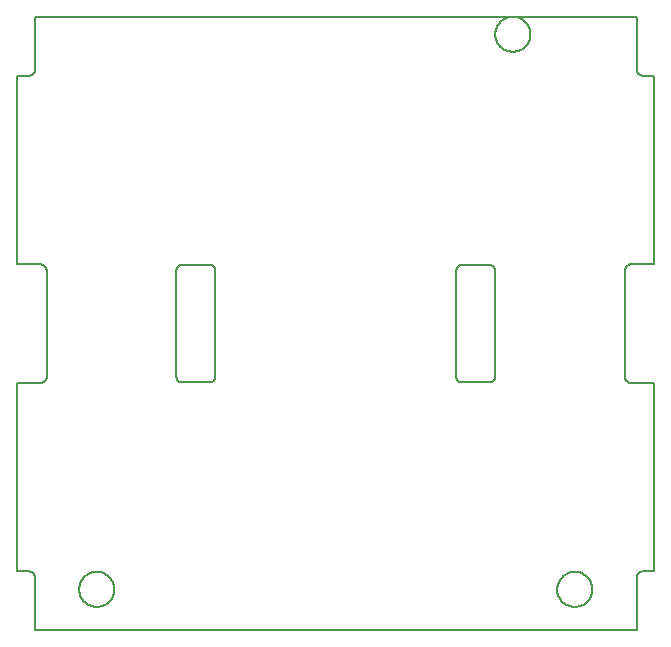
<source format=gm1>
G04 MADE WITH FRITZING*
G04 WWW.FRITZING.ORG*
G04 DOUBLE SIDED*
G04 HOLES PLATED*
G04 CONTOUR ON CENTER OF CONTOUR VECTOR*
%ASAXBY*%
%FSLAX23Y23*%
%MOIN*%
%OFA0B0*%
%SFA1.0B1.0*%
%ADD10C,0.008*%
%LNCONTOUR*%
G90*
G70*
G54D10*
X59Y2047D02*
X59Y2046D01*
X59Y1866D01*
X58Y1865D01*
X58Y1863D01*
X57Y1862D01*
X57Y1861D01*
X56Y1860D01*
X56Y1859D01*
X55Y1858D01*
X54Y1857D01*
X53Y1856D01*
X52Y1855D01*
X51Y1854D01*
X50Y1854D01*
X49Y1853D01*
X48Y1852D01*
X47Y1852D01*
X46Y1851D01*
X45Y1851D01*
X44Y1851D01*
X43Y1851D01*
X42Y1850D01*
X41Y1850D01*
X40Y1850D01*
X39Y1850D01*
X38Y1850D01*
X37Y1850D01*
X36Y1850D01*
X35Y1850D01*
X34Y1850D01*
X33Y1850D01*
X32Y1850D01*
X31Y1850D01*
X30Y1850D01*
X29Y1850D01*
X28Y1850D01*
X27Y1850D01*
X26Y1850D01*
X25Y1850D01*
X24Y1850D01*
X23Y1850D01*
X22Y1850D01*
X21Y1850D01*
X20Y1850D01*
X19Y1850D01*
X18Y1850D01*
X17Y1850D01*
X16Y1850D01*
X15Y1850D01*
X14Y1850D01*
X13Y1850D01*
X12Y1850D01*
X11Y1850D01*
X10Y1850D01*
X9Y1850D01*
X8Y1850D01*
X7Y1850D01*
X6Y1850D01*
X5Y1850D01*
X4Y1850D01*
X3Y1850D01*
X2Y1850D01*
X1Y1850D01*
X0Y1850D01*
X0Y1221D01*
X1Y1221D01*
X2Y1221D01*
X3Y1221D01*
X4Y1221D01*
X5Y1221D01*
X6Y1221D01*
X7Y1221D01*
X8Y1221D01*
X9Y1221D01*
X10Y1221D01*
X11Y1221D01*
X12Y1221D01*
X13Y1221D01*
X14Y1221D01*
X15Y1221D01*
X16Y1221D01*
X17Y1221D01*
X18Y1221D01*
X19Y1221D01*
X20Y1221D01*
X21Y1221D01*
X22Y1221D01*
X23Y1221D01*
X24Y1221D01*
X25Y1221D01*
X26Y1221D01*
X27Y1221D01*
X28Y1221D01*
X29Y1221D01*
X30Y1221D01*
X31Y1221D01*
X32Y1221D01*
X33Y1221D01*
X34Y1221D01*
X35Y1221D01*
X36Y1221D01*
X37Y1221D01*
X38Y1221D01*
X39Y1221D01*
X40Y1221D01*
X41Y1221D01*
X42Y1221D01*
X43Y1221D01*
X44Y1221D01*
X45Y1221D01*
X46Y1221D01*
X47Y1221D01*
X48Y1221D01*
X49Y1221D01*
X50Y1221D01*
X51Y1221D01*
X52Y1221D01*
X53Y1221D01*
X54Y1221D01*
X55Y1221D01*
X56Y1221D01*
X57Y1221D01*
X58Y1221D01*
X59Y1221D01*
X60Y1221D01*
X61Y1221D01*
X62Y1221D01*
X63Y1221D01*
X64Y1221D01*
X65Y1221D01*
X66Y1221D01*
X67Y1221D01*
X68Y1221D01*
X69Y1221D01*
X70Y1221D01*
X71Y1221D01*
X72Y1221D01*
X73Y1221D01*
X74Y1221D01*
X75Y1221D01*
X76Y1221D01*
X77Y1221D01*
X78Y1221D01*
X79Y1221D01*
X80Y1221D01*
X81Y1221D01*
X82Y1221D01*
X83Y1221D01*
X84Y1220D01*
X85Y1220D01*
X86Y1220D01*
X87Y1219D01*
X88Y1219D01*
X89Y1218D01*
X90Y1217D01*
X91Y1217D01*
X92Y1216D01*
X93Y1215D01*
X94Y1214D01*
X94Y1213D01*
X95Y1212D01*
X96Y1211D01*
X96Y1210D01*
X97Y1209D01*
X97Y1207D01*
X98Y1206D01*
X98Y842D01*
X97Y841D01*
X97Y839D01*
X96Y838D01*
X96Y837D01*
X95Y836D01*
X94Y835D01*
X94Y834D01*
X93Y833D01*
X92Y832D01*
X91Y831D01*
X90Y831D01*
X89Y830D01*
X88Y829D01*
X87Y829D01*
X86Y828D01*
X85Y828D01*
X84Y828D01*
X83Y827D01*
X82Y827D01*
X81Y827D01*
X80Y827D01*
X79Y827D01*
X78Y827D01*
X77Y827D01*
X76Y827D01*
X75Y827D01*
X74Y827D01*
X73Y827D01*
X72Y827D01*
X71Y827D01*
X70Y827D01*
X69Y827D01*
X68Y827D01*
X67Y827D01*
X66Y827D01*
X65Y827D01*
X64Y827D01*
X63Y827D01*
X62Y827D01*
X61Y827D01*
X60Y827D01*
X59Y827D01*
X58Y827D01*
X57Y827D01*
X56Y827D01*
X55Y827D01*
X54Y827D01*
X53Y827D01*
X52Y827D01*
X51Y827D01*
X50Y827D01*
X49Y827D01*
X48Y827D01*
X47Y827D01*
X46Y827D01*
X45Y827D01*
X44Y827D01*
X43Y827D01*
X42Y827D01*
X41Y827D01*
X40Y827D01*
X39Y827D01*
X38Y827D01*
X37Y827D01*
X36Y827D01*
X35Y827D01*
X34Y827D01*
X33Y827D01*
X32Y827D01*
X31Y827D01*
X30Y827D01*
X29Y827D01*
X28Y827D01*
X27Y827D01*
X26Y827D01*
X25Y827D01*
X24Y827D01*
X23Y827D01*
X22Y827D01*
X21Y827D01*
X20Y827D01*
X19Y827D01*
X18Y827D01*
X17Y827D01*
X16Y827D01*
X15Y827D01*
X14Y827D01*
X13Y827D01*
X12Y827D01*
X11Y827D01*
X10Y827D01*
X9Y827D01*
X8Y827D01*
X7Y827D01*
X6Y827D01*
X5Y827D01*
X4Y827D01*
X3Y827D01*
X2Y827D01*
X1Y827D01*
X0Y827D01*
X0Y198D01*
X1Y198D01*
X2Y198D01*
X3Y198D01*
X4Y198D01*
X5Y198D01*
X6Y198D01*
X7Y198D01*
X8Y198D01*
X9Y198D01*
X10Y198D01*
X11Y198D01*
X12Y198D01*
X13Y198D01*
X14Y198D01*
X15Y198D01*
X16Y198D01*
X17Y198D01*
X18Y198D01*
X19Y198D01*
X20Y198D01*
X21Y198D01*
X22Y198D01*
X23Y198D01*
X24Y198D01*
X25Y198D01*
X26Y198D01*
X27Y198D01*
X28Y198D01*
X29Y198D01*
X30Y198D01*
X31Y198D01*
X32Y198D01*
X33Y198D01*
X34Y198D01*
X35Y198D01*
X36Y198D01*
X37Y198D01*
X38Y198D01*
X39Y198D01*
X40Y198D01*
X41Y198D01*
X42Y198D01*
X43Y197D01*
X44Y197D01*
X45Y197D01*
X46Y197D01*
X47Y196D01*
X48Y196D01*
X49Y195D01*
X50Y194D01*
X51Y194D01*
X52Y193D01*
X53Y192D01*
X54Y191D01*
X55Y190D01*
X56Y189D01*
X56Y188D01*
X57Y187D01*
X57Y186D01*
X58Y185D01*
X58Y183D01*
X59Y182D01*
X59Y1D01*
X60Y1D01*
X61Y1D01*
X62Y1D01*
X63Y1D01*
X64Y1D01*
X65Y1D01*
X66Y1D01*
X67Y1D01*
X68Y1D01*
X69Y1D01*
X70Y1D01*
X71Y1D01*
X72Y1D01*
X73Y1D01*
X74Y1D01*
X75Y1D01*
X76Y1D01*
X77Y1D01*
X78Y1D01*
X79Y1D01*
X80Y1D01*
X81Y1D01*
X82Y1D01*
X83Y1D01*
X84Y1D01*
X85Y1D01*
X86Y1D01*
X87Y1D01*
X88Y1D01*
X89Y1D01*
X90Y1D01*
X91Y1D01*
X92Y1D01*
X93Y1D01*
X94Y1D01*
X95Y1D01*
X96Y1D01*
X97Y1D01*
X98Y1D01*
X99Y1D01*
X100Y1D01*
X101Y1D01*
X102Y1D01*
X103Y1D01*
X104Y1D01*
X105Y1D01*
X106Y1D01*
X107Y1D01*
X108Y1D01*
X109Y1D01*
X110Y1D01*
X111Y1D01*
X112Y1D01*
X113Y1D01*
X114Y1D01*
X115Y1D01*
X116Y1D01*
X117Y1D01*
X118Y1D01*
X119Y1D01*
X120Y1D01*
X121Y1D01*
X122Y1D01*
X123Y1D01*
X124Y1D01*
X125Y1D01*
X126Y1D01*
X127Y1D01*
X128Y1D01*
X129Y1D01*
X130Y1D01*
X131Y1D01*
X132Y1D01*
X133Y1D01*
X134Y1D01*
X135Y1D01*
X136Y1D01*
X137Y1D01*
X138Y1D01*
X139Y1D01*
X140Y1D01*
X141Y1D01*
X142Y1D01*
X143Y1D01*
X144Y1D01*
X145Y1D01*
X146Y1D01*
X147Y1D01*
X148Y1D01*
X149Y1D01*
X150Y1D01*
X151Y1D01*
X152Y1D01*
X153Y1D01*
X154Y1D01*
X155Y1D01*
X156Y1D01*
X157Y1D01*
X158Y1D01*
X159Y1D01*
X160Y1D01*
X161Y1D01*
X162Y1D01*
X163Y1D01*
X164Y1D01*
X165Y1D01*
X166Y1D01*
X167Y1D01*
X168Y1D01*
X169Y1D01*
X170Y1D01*
X171Y1D01*
X172Y1D01*
X173Y1D01*
X174Y1D01*
X175Y1D01*
X176Y1D01*
X177Y1D01*
X178Y1D01*
X179Y1D01*
X180Y1D01*
X181Y1D01*
X182Y1D01*
X183Y1D01*
X184Y1D01*
X185Y1D01*
X186Y1D01*
X187Y1D01*
X188Y1D01*
X189Y1D01*
X190Y1D01*
X191Y1D01*
X192Y1D01*
X193Y1D01*
X194Y1D01*
X195Y1D01*
X196Y1D01*
X197Y1D01*
X198Y1D01*
X199Y1D01*
X200Y1D01*
X201Y1D01*
X202Y1D01*
X203Y1D01*
X204Y1D01*
X205Y1D01*
X206Y1D01*
X207Y1D01*
X208Y1D01*
X209Y1D01*
X210Y1D01*
X211Y1D01*
X212Y1D01*
X213Y1D01*
X214Y1D01*
X215Y1D01*
X216Y1D01*
X217Y1D01*
X218Y1D01*
X219Y1D01*
X220Y1D01*
X221Y1D01*
X222Y1D01*
X223Y1D01*
X224Y1D01*
X225Y1D01*
X226Y1D01*
X227Y1D01*
X228Y1D01*
X229Y1D01*
X230Y1D01*
X231Y1D01*
X232Y1D01*
X233Y1D01*
X234Y1D01*
X235Y1D01*
X236Y1D01*
X237Y1D01*
X238Y1D01*
X239Y1D01*
X240Y1D01*
X241Y1D01*
X242Y1D01*
X243Y1D01*
X244Y1D01*
X245Y1D01*
X246Y1D01*
X247Y1D01*
X248Y1D01*
X249Y1D01*
X250Y1D01*
X251Y1D01*
X252Y1D01*
X253Y1D01*
X254Y1D01*
X255Y1D01*
X256Y1D01*
X257Y1D01*
X258Y1D01*
X259Y1D01*
X260Y1D01*
X261Y1D01*
X262Y1D01*
X263Y1D01*
X264Y1D01*
X265Y1D01*
X266Y1D01*
X267Y1D01*
X268Y1D01*
X269Y1D01*
X270Y1D01*
X271Y1D01*
X272Y1D01*
X273Y1D01*
X274Y1D01*
X275Y1D01*
X276Y1D01*
X277Y1D01*
X278Y1D01*
X279Y1D01*
X280Y1D01*
X281Y1D01*
X282Y1D01*
X283Y1D01*
X284Y1D01*
X285Y1D01*
X286Y1D01*
X287Y1D01*
X288Y1D01*
X289Y1D01*
X290Y1D01*
X291Y1D01*
X292Y1D01*
X293Y1D01*
X294Y1D01*
X295Y1D01*
X296Y1D01*
X297Y1D01*
X298Y1D01*
X299Y1D01*
X300Y1D01*
X301Y1D01*
X302Y1D01*
X303Y1D01*
X304Y1D01*
X305Y1D01*
X306Y1D01*
X307Y1D01*
X308Y1D01*
X309Y1D01*
X310Y1D01*
X311Y1D01*
X312Y1D01*
X313Y1D01*
X314Y1D01*
X315Y1D01*
X316Y1D01*
X317Y1D01*
X318Y1D01*
X319Y1D01*
X320Y1D01*
X321Y1D01*
X322Y1D01*
X323Y1D01*
X324Y1D01*
X325Y1D01*
X326Y1D01*
X327Y1D01*
X328Y1D01*
X329Y1D01*
X330Y1D01*
X331Y1D01*
X332Y1D01*
X333Y1D01*
X334Y1D01*
X335Y1D01*
X336Y1D01*
X337Y1D01*
X338Y1D01*
X339Y1D01*
X340Y1D01*
X341Y1D01*
X342Y1D01*
X343Y1D01*
X344Y1D01*
X345Y1D01*
X346Y1D01*
X347Y1D01*
X348Y1D01*
X349Y1D01*
X350Y1D01*
X351Y1D01*
X352Y1D01*
X353Y1D01*
X354Y1D01*
X355Y1D01*
X356Y1D01*
X357Y1D01*
X358Y1D01*
X359Y1D01*
X360Y1D01*
X361Y1D01*
X362Y1D01*
X363Y1D01*
X364Y1D01*
X365Y1D01*
X366Y1D01*
X367Y1D01*
X368Y1D01*
X369Y1D01*
X370Y1D01*
X371Y1D01*
X372Y1D01*
X373Y1D01*
X374Y1D01*
X375Y1D01*
X376Y1D01*
X377Y1D01*
X378Y1D01*
X379Y1D01*
X380Y1D01*
X381Y1D01*
X382Y1D01*
X383Y1D01*
X384Y1D01*
X385Y1D01*
X386Y1D01*
X387Y1D01*
X388Y1D01*
X389Y1D01*
X390Y1D01*
X391Y1D01*
X392Y1D01*
X393Y1D01*
X394Y1D01*
X395Y1D01*
X396Y1D01*
X397Y1D01*
X398Y1D01*
X399Y1D01*
X400Y1D01*
X401Y1D01*
X402Y1D01*
X403Y1D01*
X404Y1D01*
X405Y1D01*
X406Y1D01*
X407Y1D01*
X408Y1D01*
X409Y1D01*
X410Y1D01*
X411Y1D01*
X412Y1D01*
X413Y1D01*
X414Y1D01*
X415Y1D01*
X416Y1D01*
X417Y1D01*
X418Y1D01*
X419Y1D01*
X420Y1D01*
X421Y1D01*
X422Y1D01*
X423Y1D01*
X424Y1D01*
X425Y1D01*
X426Y1D01*
X427Y1D01*
X428Y1D01*
X429Y1D01*
X430Y1D01*
X431Y1D01*
X432Y1D01*
X433Y1D01*
X434Y1D01*
X435Y1D01*
X436Y1D01*
X437Y1D01*
X438Y1D01*
X439Y1D01*
X440Y1D01*
X441Y1D01*
X442Y1D01*
X443Y1D01*
X444Y1D01*
X445Y1D01*
X446Y1D01*
X447Y1D01*
X448Y1D01*
X449Y1D01*
X450Y1D01*
X451Y1D01*
X452Y1D01*
X453Y1D01*
X454Y1D01*
X455Y1D01*
X456Y1D01*
X457Y1D01*
X458Y1D01*
X459Y1D01*
X460Y1D01*
X461Y1D01*
X462Y1D01*
X463Y1D01*
X464Y1D01*
X465Y1D01*
X466Y1D01*
X467Y1D01*
X468Y1D01*
X469Y1D01*
X470Y1D01*
X471Y1D01*
X472Y1D01*
X473Y1D01*
X474Y1D01*
X475Y1D01*
X476Y1D01*
X477Y1D01*
X478Y1D01*
X479Y1D01*
X480Y1D01*
X481Y1D01*
X482Y1D01*
X483Y1D01*
X484Y1D01*
X485Y1D01*
X486Y1D01*
X487Y1D01*
X488Y1D01*
X489Y1D01*
X490Y1D01*
X491Y1D01*
X492Y1D01*
X493Y1D01*
X494Y1D01*
X495Y1D01*
X496Y1D01*
X497Y1D01*
X498Y1D01*
X499Y1D01*
X500Y1D01*
X501Y1D01*
X502Y1D01*
X503Y1D01*
X504Y1D01*
X505Y1D01*
X506Y1D01*
X507Y1D01*
X508Y1D01*
X509Y1D01*
X510Y1D01*
X511Y1D01*
X512Y1D01*
X513Y1D01*
X514Y1D01*
X515Y1D01*
X516Y1D01*
X517Y1D01*
X518Y1D01*
X519Y1D01*
X520Y1D01*
X521Y1D01*
X522Y1D01*
X523Y1D01*
X524Y1D01*
X525Y1D01*
X526Y1D01*
X527Y1D01*
X528Y1D01*
X529Y1D01*
X530Y1D01*
X531Y1D01*
X532Y1D01*
X533Y1D01*
X534Y1D01*
X535Y1D01*
X536Y1D01*
X537Y1D01*
X538Y1D01*
X539Y1D01*
X540Y1D01*
X541Y1D01*
X542Y1D01*
X543Y1D01*
X544Y1D01*
X545Y1D01*
X546Y1D01*
X547Y1D01*
X548Y1D01*
X549Y1D01*
X550Y1D01*
X551Y1D01*
X552Y1D01*
X553Y1D01*
X554Y1D01*
X555Y1D01*
X556Y1D01*
X557Y1D01*
X558Y1D01*
X559Y1D01*
X560Y1D01*
X561Y1D01*
X562Y1D01*
X563Y1D01*
X564Y1D01*
X565Y1D01*
X566Y1D01*
X567Y1D01*
X568Y1D01*
X569Y1D01*
X570Y1D01*
X571Y1D01*
X572Y1D01*
X573Y1D01*
X574Y1D01*
X575Y1D01*
X576Y1D01*
X577Y1D01*
X578Y1D01*
X579Y1D01*
X580Y1D01*
X581Y1D01*
X582Y1D01*
X583Y1D01*
X584Y1D01*
X585Y1D01*
X586Y1D01*
X587Y1D01*
X588Y1D01*
X589Y1D01*
X590Y1D01*
X591Y1D01*
X592Y1D01*
X593Y1D01*
X594Y1D01*
X595Y1D01*
X596Y1D01*
X597Y1D01*
X598Y1D01*
X599Y1D01*
X600Y1D01*
X601Y1D01*
X602Y1D01*
X603Y1D01*
X604Y1D01*
X605Y1D01*
X606Y1D01*
X607Y1D01*
X608Y1D01*
X609Y1D01*
X610Y1D01*
X611Y1D01*
X612Y1D01*
X613Y1D01*
X614Y1D01*
X615Y1D01*
X616Y1D01*
X617Y1D01*
X618Y1D01*
X619Y1D01*
X620Y1D01*
X621Y1D01*
X622Y1D01*
X623Y1D01*
X624Y1D01*
X625Y1D01*
X626Y1D01*
X627Y1D01*
X628Y1D01*
X629Y1D01*
X630Y1D01*
X631Y1D01*
X632Y1D01*
X633Y1D01*
X634Y1D01*
X635Y1D01*
X636Y1D01*
X637Y1D01*
X638Y1D01*
X639Y1D01*
X640Y1D01*
X641Y1D01*
X642Y1D01*
X643Y1D01*
X644Y1D01*
X645Y1D01*
X646Y1D01*
X647Y1D01*
X648Y1D01*
X649Y1D01*
X650Y1D01*
X651Y1D01*
X652Y1D01*
X653Y1D01*
X654Y1D01*
X655Y1D01*
X656Y1D01*
X657Y1D01*
X658Y1D01*
X659Y1D01*
X660Y1D01*
X661Y1D01*
X662Y1D01*
X663Y1D01*
X664Y1D01*
X665Y1D01*
X666Y1D01*
X667Y1D01*
X668Y1D01*
X669Y1D01*
X670Y1D01*
X671Y1D01*
X672Y1D01*
X673Y1D01*
X674Y1D01*
X675Y1D01*
X676Y1D01*
X677Y1D01*
X678Y1D01*
X679Y1D01*
X680Y1D01*
X681Y1D01*
X682Y1D01*
X683Y1D01*
X684Y1D01*
X685Y1D01*
X686Y1D01*
X687Y1D01*
X688Y1D01*
X689Y1D01*
X690Y1D01*
X691Y1D01*
X692Y1D01*
X693Y1D01*
X694Y1D01*
X695Y1D01*
X696Y1D01*
X697Y1D01*
X698Y1D01*
X699Y1D01*
X700Y1D01*
X701Y1D01*
X702Y1D01*
X703Y1D01*
X704Y1D01*
X705Y1D01*
X706Y1D01*
X707Y1D01*
X708Y1D01*
X709Y1D01*
X710Y1D01*
X711Y1D01*
X712Y1D01*
X713Y1D01*
X714Y1D01*
X715Y1D01*
X716Y1D01*
X717Y1D01*
X718Y1D01*
X719Y1D01*
X720Y1D01*
X721Y1D01*
X722Y1D01*
X723Y1D01*
X724Y1D01*
X725Y1D01*
X726Y1D01*
X727Y1D01*
X728Y1D01*
X729Y1D01*
X730Y1D01*
X731Y1D01*
X732Y1D01*
X733Y1D01*
X734Y1D01*
X735Y1D01*
X736Y1D01*
X737Y1D01*
X738Y1D01*
X739Y1D01*
X740Y1D01*
X741Y1D01*
X742Y1D01*
X743Y1D01*
X744Y1D01*
X745Y1D01*
X746Y1D01*
X747Y1D01*
X748Y1D01*
X749Y1D01*
X750Y1D01*
X751Y1D01*
X752Y1D01*
X753Y1D01*
X754Y1D01*
X755Y1D01*
X756Y1D01*
X757Y1D01*
X758Y1D01*
X759Y1D01*
X760Y1D01*
X761Y1D01*
X762Y1D01*
X763Y1D01*
X764Y1D01*
X765Y1D01*
X766Y1D01*
X767Y1D01*
X768Y1D01*
X769Y1D01*
X770Y1D01*
X771Y1D01*
X772Y1D01*
X773Y1D01*
X774Y1D01*
X775Y1D01*
X776Y1D01*
X777Y1D01*
X778Y1D01*
X779Y1D01*
X780Y1D01*
X781Y1D01*
X782Y1D01*
X783Y1D01*
X784Y1D01*
X785Y1D01*
X786Y1D01*
X787Y1D01*
X788Y1D01*
X789Y1D01*
X790Y1D01*
X791Y1D01*
X792Y1D01*
X793Y1D01*
X794Y1D01*
X795Y1D01*
X796Y1D01*
X797Y1D01*
X798Y1D01*
X799Y1D01*
X800Y1D01*
X801Y1D01*
X802Y1D01*
X803Y1D01*
X804Y1D01*
X805Y1D01*
X806Y1D01*
X807Y1D01*
X808Y1D01*
X809Y1D01*
X810Y1D01*
X811Y1D01*
X812Y1D01*
X813Y1D01*
X814Y1D01*
X815Y1D01*
X816Y1D01*
X817Y1D01*
X818Y1D01*
X819Y1D01*
X820Y1D01*
X821Y1D01*
X822Y1D01*
X823Y1D01*
X824Y1D01*
X825Y1D01*
X826Y1D01*
X827Y1D01*
X828Y1D01*
X829Y1D01*
X830Y1D01*
X831Y1D01*
X832Y1D01*
X833Y1D01*
X834Y1D01*
X835Y1D01*
X836Y1D01*
X837Y1D01*
X838Y1D01*
X839Y1D01*
X840Y1D01*
X841Y1D01*
X842Y1D01*
X843Y1D01*
X844Y1D01*
X845Y1D01*
X846Y1D01*
X847Y1D01*
X848Y1D01*
X849Y1D01*
X850Y1D01*
X851Y1D01*
X852Y1D01*
X853Y1D01*
X854Y1D01*
X855Y1D01*
X856Y1D01*
X857Y1D01*
X858Y1D01*
X859Y1D01*
X860Y1D01*
X861Y1D01*
X862Y1D01*
X863Y1D01*
X864Y1D01*
X865Y1D01*
X866Y1D01*
X867Y1D01*
X868Y1D01*
X869Y1D01*
X870Y1D01*
X871Y1D01*
X872Y1D01*
X873Y1D01*
X874Y1D01*
X875Y1D01*
X876Y1D01*
X877Y1D01*
X878Y1D01*
X879Y1D01*
X880Y1D01*
X881Y1D01*
X882Y1D01*
X883Y1D01*
X884Y1D01*
X885Y1D01*
X886Y1D01*
X887Y1D01*
X888Y1D01*
X889Y1D01*
X890Y1D01*
X891Y1D01*
X892Y1D01*
X893Y1D01*
X894Y1D01*
X895Y1D01*
X896Y1D01*
X897Y1D01*
X898Y1D01*
X899Y1D01*
X900Y1D01*
X901Y1D01*
X902Y1D01*
X903Y1D01*
X904Y1D01*
X905Y1D01*
X906Y1D01*
X907Y1D01*
X908Y1D01*
X909Y1D01*
X910Y1D01*
X911Y1D01*
X912Y1D01*
X913Y1D01*
X914Y1D01*
X915Y1D01*
X916Y1D01*
X917Y1D01*
X918Y1D01*
X919Y1D01*
X920Y1D01*
X921Y1D01*
X922Y1D01*
X923Y1D01*
X924Y1D01*
X925Y1D01*
X926Y1D01*
X927Y1D01*
X928Y1D01*
X929Y1D01*
X930Y1D01*
X931Y1D01*
X932Y1D01*
X933Y1D01*
X934Y1D01*
X935Y1D01*
X936Y1D01*
X937Y1D01*
X938Y1D01*
X939Y1D01*
X940Y1D01*
X941Y1D01*
X942Y1D01*
X943Y1D01*
X944Y1D01*
X945Y1D01*
X946Y1D01*
X947Y1D01*
X948Y1D01*
X949Y1D01*
X950Y1D01*
X951Y1D01*
X952Y1D01*
X953Y1D01*
X954Y1D01*
X955Y1D01*
X956Y1D01*
X957Y1D01*
X958Y1D01*
X959Y1D01*
X960Y1D01*
X961Y1D01*
X962Y1D01*
X963Y1D01*
X964Y1D01*
X965Y1D01*
X966Y1D01*
X967Y1D01*
X968Y1D01*
X969Y1D01*
X970Y1D01*
X971Y1D01*
X972Y1D01*
X973Y1D01*
X974Y1D01*
X975Y1D01*
X976Y1D01*
X977Y1D01*
X978Y1D01*
X979Y1D01*
X980Y1D01*
X981Y1D01*
X982Y1D01*
X983Y1D01*
X984Y1D01*
X985Y1D01*
X986Y1D01*
X987Y1D01*
X988Y1D01*
X989Y1D01*
X990Y1D01*
X991Y1D01*
X992Y1D01*
X993Y1D01*
X994Y1D01*
X995Y1D01*
X996Y1D01*
X997Y1D01*
X998Y1D01*
X999Y1D01*
X1000Y1D01*
X1001Y1D01*
X1002Y1D01*
X1003Y1D01*
X1004Y1D01*
X1005Y1D01*
X1006Y1D01*
X1007Y1D01*
X1008Y1D01*
X1009Y1D01*
X1010Y1D01*
X1011Y1D01*
X1012Y1D01*
X1013Y1D01*
X1014Y1D01*
X1015Y1D01*
X1016Y1D01*
X1017Y1D01*
X1018Y1D01*
X1019Y1D01*
X1020Y1D01*
X1021Y1D01*
X1022Y1D01*
X1023Y1D01*
X1024Y1D01*
X1025Y1D01*
X1026Y1D01*
X1027Y1D01*
X1028Y1D01*
X1029Y1D01*
X1030Y1D01*
X1031Y1D01*
X1032Y1D01*
X1033Y1D01*
X1034Y1D01*
X1035Y1D01*
X1036Y1D01*
X1037Y1D01*
X1038Y1D01*
X1039Y1D01*
X1040Y1D01*
X1041Y1D01*
X1042Y1D01*
X1043Y1D01*
X1044Y1D01*
X1045Y1D01*
X1046Y1D01*
X1047Y1D01*
X1048Y1D01*
X1049Y1D01*
X1050Y1D01*
X1051Y1D01*
X1052Y1D01*
X1053Y1D01*
X1054Y1D01*
X1055Y1D01*
X1056Y1D01*
X1057Y1D01*
X1058Y1D01*
X1059Y1D01*
X1060Y1D01*
X1061Y1D01*
X1062Y1D01*
X1063Y1D01*
X1064Y1D01*
X1065Y1D01*
X1066Y1D01*
X1067Y1D01*
X1068Y1D01*
X1069Y1D01*
X1070Y1D01*
X1071Y1D01*
X1072Y1D01*
X1073Y1D01*
X1074Y1D01*
X1075Y1D01*
X1076Y1D01*
X1077Y1D01*
X1078Y1D01*
X1079Y1D01*
X1080Y1D01*
X1081Y1D01*
X1082Y1D01*
X1083Y1D01*
X1084Y1D01*
X1085Y1D01*
X1086Y1D01*
X1087Y1D01*
X1088Y1D01*
X1089Y1D01*
X1090Y1D01*
X1091Y1D01*
X1092Y1D01*
X1093Y1D01*
X1094Y1D01*
X1095Y1D01*
X1096Y1D01*
X1097Y1D01*
X1098Y1D01*
X1099Y1D01*
X1100Y1D01*
X1101Y1D01*
X1102Y1D01*
X1103Y1D01*
X1104Y1D01*
X1105Y1D01*
X1106Y1D01*
X1107Y1D01*
X1108Y1D01*
X1109Y1D01*
X1110Y1D01*
X1111Y1D01*
X1112Y1D01*
X1113Y1D01*
X1114Y1D01*
X1115Y1D01*
X1116Y1D01*
X1117Y1D01*
X1118Y1D01*
X1119Y1D01*
X1120Y1D01*
X1121Y1D01*
X1122Y1D01*
X1123Y1D01*
X1124Y1D01*
X1125Y1D01*
X1126Y1D01*
X1127Y1D01*
X1128Y1D01*
X1129Y1D01*
X1130Y1D01*
X1131Y1D01*
X1132Y1D01*
X1133Y1D01*
X1134Y1D01*
X1135Y1D01*
X1136Y1D01*
X1137Y1D01*
X1138Y1D01*
X1139Y1D01*
X1140Y1D01*
X1141Y1D01*
X1142Y1D01*
X1143Y1D01*
X1144Y1D01*
X1145Y1D01*
X1146Y1D01*
X1147Y1D01*
X1148Y1D01*
X1149Y1D01*
X1150Y1D01*
X1151Y1D01*
X1152Y1D01*
X1153Y1D01*
X1154Y1D01*
X1155Y1D01*
X1156Y1D01*
X1157Y1D01*
X1158Y1D01*
X1159Y1D01*
X1160Y1D01*
X1161Y1D01*
X1162Y1D01*
X1163Y1D01*
X1164Y1D01*
X1165Y1D01*
X1166Y1D01*
X1167Y1D01*
X1168Y1D01*
X1169Y1D01*
X1170Y1D01*
X1171Y1D01*
X1172Y1D01*
X1173Y1D01*
X1174Y1D01*
X1175Y1D01*
X1176Y1D01*
X1177Y1D01*
X1178Y1D01*
X1179Y1D01*
X1180Y1D01*
X1181Y1D01*
X1182Y1D01*
X1183Y1D01*
X1184Y1D01*
X1185Y1D01*
X1186Y1D01*
X1187Y1D01*
X1188Y1D01*
X1189Y1D01*
X1190Y1D01*
X1191Y1D01*
X1192Y1D01*
X1193Y1D01*
X1194Y1D01*
X1195Y1D01*
X1196Y1D01*
X1197Y1D01*
X1198Y1D01*
X1199Y1D01*
X1200Y1D01*
X1201Y1D01*
X1202Y1D01*
X1203Y1D01*
X1204Y1D01*
X1205Y1D01*
X1206Y1D01*
X1207Y1D01*
X1208Y1D01*
X1209Y1D01*
X1210Y1D01*
X1211Y1D01*
X1212Y1D01*
X1213Y1D01*
X1214Y1D01*
X1215Y1D01*
X1216Y1D01*
X1217Y1D01*
X1218Y1D01*
X1219Y1D01*
X1220Y1D01*
X1221Y1D01*
X1222Y1D01*
X1223Y1D01*
X1224Y1D01*
X1225Y1D01*
X1226Y1D01*
X1227Y1D01*
X1228Y1D01*
X1229Y1D01*
X1230Y1D01*
X1231Y1D01*
X1232Y1D01*
X1233Y1D01*
X1234Y1D01*
X1235Y1D01*
X1236Y1D01*
X1237Y1D01*
X1238Y1D01*
X1239Y1D01*
X1240Y1D01*
X1241Y1D01*
X1242Y1D01*
X1243Y1D01*
X1244Y1D01*
X1245Y1D01*
X1246Y1D01*
X1247Y1D01*
X1248Y1D01*
X1249Y1D01*
X1250Y1D01*
X1251Y1D01*
X1252Y1D01*
X1253Y1D01*
X1254Y1D01*
X1255Y1D01*
X1256Y1D01*
X1257Y1D01*
X1258Y1D01*
X1259Y1D01*
X1260Y1D01*
X1261Y1D01*
X1262Y1D01*
X1263Y1D01*
X1264Y1D01*
X1265Y1D01*
X1266Y1D01*
X1267Y1D01*
X1268Y1D01*
X1269Y1D01*
X1270Y1D01*
X1271Y1D01*
X1272Y1D01*
X1273Y1D01*
X1274Y1D01*
X1275Y1D01*
X1276Y1D01*
X1277Y1D01*
X1278Y1D01*
X1279Y1D01*
X1280Y1D01*
X1281Y1D01*
X1282Y1D01*
X1283Y1D01*
X1284Y1D01*
X1285Y1D01*
X1286Y1D01*
X1287Y1D01*
X1288Y1D01*
X1289Y1D01*
X1290Y1D01*
X1291Y1D01*
X1292Y1D01*
X1293Y1D01*
X1294Y1D01*
X1295Y1D01*
X1296Y1D01*
X1297Y1D01*
X1298Y1D01*
X1299Y1D01*
X1300Y1D01*
X1301Y1D01*
X1302Y1D01*
X1303Y1D01*
X1304Y1D01*
X1305Y1D01*
X1306Y1D01*
X1307Y1D01*
X1308Y1D01*
X1309Y1D01*
X1310Y1D01*
X1311Y1D01*
X1312Y1D01*
X1313Y1D01*
X1314Y1D01*
X1315Y1D01*
X1316Y1D01*
X1317Y1D01*
X1318Y1D01*
X1319Y1D01*
X1320Y1D01*
X1321Y1D01*
X1322Y1D01*
X1323Y1D01*
X1324Y1D01*
X1325Y1D01*
X1326Y1D01*
X1327Y1D01*
X1328Y1D01*
X1329Y1D01*
X1330Y1D01*
X1331Y1D01*
X1332Y1D01*
X1333Y1D01*
X1334Y1D01*
X1335Y1D01*
X1336Y1D01*
X1337Y1D01*
X1338Y1D01*
X1339Y1D01*
X1340Y1D01*
X1341Y1D01*
X1342Y1D01*
X1343Y1D01*
X1344Y1D01*
X1345Y1D01*
X1346Y1D01*
X1347Y1D01*
X1348Y1D01*
X1349Y1D01*
X1350Y1D01*
X1351Y1D01*
X1352Y1D01*
X1353Y1D01*
X1354Y1D01*
X1355Y1D01*
X1356Y1D01*
X1357Y1D01*
X1358Y1D01*
X1359Y1D01*
X1360Y1D01*
X1361Y1D01*
X1362Y1D01*
X1363Y1D01*
X1364Y1D01*
X1365Y1D01*
X1366Y1D01*
X1367Y1D01*
X1368Y1D01*
X1369Y1D01*
X1370Y1D01*
X1371Y1D01*
X1372Y1D01*
X1373Y1D01*
X1374Y1D01*
X1375Y1D01*
X1376Y1D01*
X1377Y1D01*
X1378Y1D01*
X1379Y1D01*
X1380Y1D01*
X1381Y1D01*
X1382Y1D01*
X1383Y1D01*
X1384Y1D01*
X1385Y1D01*
X1386Y1D01*
X1387Y1D01*
X1388Y1D01*
X1389Y1D01*
X1390Y1D01*
X1391Y1D01*
X1392Y1D01*
X1393Y1D01*
X1394Y1D01*
X1395Y1D01*
X1396Y1D01*
X1397Y1D01*
X1398Y1D01*
X1399Y1D01*
X1400Y1D01*
X1401Y1D01*
X1402Y1D01*
X1403Y1D01*
X1404Y1D01*
X1405Y1D01*
X1406Y1D01*
X1407Y1D01*
X1408Y1D01*
X1409Y1D01*
X1410Y1D01*
X1411Y1D01*
X1412Y1D01*
X1413Y1D01*
X1414Y1D01*
X1415Y1D01*
X1416Y1D01*
X1417Y1D01*
X1418Y1D01*
X1419Y1D01*
X1420Y1D01*
X1421Y1D01*
X1422Y1D01*
X1423Y1D01*
X1424Y1D01*
X1425Y1D01*
X1426Y1D01*
X1427Y1D01*
X1428Y1D01*
X1429Y1D01*
X1430Y1D01*
X1431Y1D01*
X1432Y1D01*
X1433Y1D01*
X1434Y1D01*
X1435Y1D01*
X1436Y1D01*
X1437Y1D01*
X1438Y1D01*
X1439Y1D01*
X1440Y1D01*
X1441Y1D01*
X1442Y1D01*
X1443Y1D01*
X1444Y1D01*
X1445Y1D01*
X1446Y1D01*
X1447Y1D01*
X1448Y1D01*
X1449Y1D01*
X1450Y1D01*
X1451Y1D01*
X1452Y1D01*
X1453Y1D01*
X1454Y1D01*
X1455Y1D01*
X1456Y1D01*
X1457Y1D01*
X1458Y1D01*
X1459Y1D01*
X1460Y1D01*
X1461Y1D01*
X1462Y1D01*
X1463Y1D01*
X1464Y1D01*
X1465Y1D01*
X1466Y1D01*
X1467Y1D01*
X1468Y1D01*
X1469Y1D01*
X1470Y1D01*
X1471Y1D01*
X1472Y1D01*
X1473Y1D01*
X1474Y1D01*
X1475Y1D01*
X1476Y1D01*
X1477Y1D01*
X1478Y1D01*
X1479Y1D01*
X1480Y1D01*
X1481Y1D01*
X1482Y1D01*
X1483Y1D01*
X1484Y1D01*
X1485Y1D01*
X1486Y1D01*
X1487Y1D01*
X1488Y1D01*
X1489Y1D01*
X1490Y1D01*
X1491Y1D01*
X1492Y1D01*
X1493Y1D01*
X1494Y1D01*
X1495Y1D01*
X1496Y1D01*
X1497Y1D01*
X1498Y1D01*
X1499Y1D01*
X1500Y1D01*
X1501Y1D01*
X1502Y1D01*
X1503Y1D01*
X1504Y1D01*
X1505Y1D01*
X1506Y1D01*
X1507Y1D01*
X1508Y1D01*
X1509Y1D01*
X1510Y1D01*
X1511Y1D01*
X1512Y1D01*
X1513Y1D01*
X1514Y1D01*
X1515Y1D01*
X1516Y1D01*
X1517Y1D01*
X1518Y1D01*
X1519Y1D01*
X1520Y1D01*
X1521Y1D01*
X1522Y1D01*
X1523Y1D01*
X1524Y1D01*
X1525Y1D01*
X1526Y1D01*
X1527Y1D01*
X1528Y1D01*
X1529Y1D01*
X1530Y1D01*
X1531Y1D01*
X1532Y1D01*
X1533Y1D01*
X1534Y1D01*
X1535Y1D01*
X1536Y1D01*
X1537Y1D01*
X1538Y1D01*
X1539Y1D01*
X1540Y1D01*
X1541Y1D01*
X1542Y1D01*
X1543Y1D01*
X1544Y1D01*
X1545Y1D01*
X1546Y1D01*
X1547Y1D01*
X1548Y1D01*
X1549Y1D01*
X1550Y1D01*
X1551Y1D01*
X1552Y1D01*
X1553Y1D01*
X1554Y1D01*
X1555Y1D01*
X1556Y1D01*
X1557Y1D01*
X1558Y1D01*
X1559Y1D01*
X1560Y1D01*
X1561Y1D01*
X1562Y1D01*
X1563Y1D01*
X1564Y1D01*
X1565Y1D01*
X1566Y1D01*
X1567Y1D01*
X1568Y1D01*
X1569Y1D01*
X1570Y1D01*
X1571Y1D01*
X1572Y1D01*
X1573Y1D01*
X1574Y1D01*
X1575Y1D01*
X1576Y1D01*
X1577Y1D01*
X1578Y1D01*
X1579Y1D01*
X1580Y1D01*
X1581Y1D01*
X1582Y1D01*
X1583Y1D01*
X1584Y1D01*
X1585Y1D01*
X1586Y1D01*
X1587Y1D01*
X1588Y1D01*
X1589Y1D01*
X1590Y1D01*
X1591Y1D01*
X1592Y1D01*
X1593Y1D01*
X1594Y1D01*
X1595Y1D01*
X1596Y1D01*
X1597Y1D01*
X1598Y1D01*
X1599Y1D01*
X1600Y1D01*
X1601Y1D01*
X1602Y1D01*
X1603Y1D01*
X1604Y1D01*
X1605Y1D01*
X1606Y1D01*
X1607Y1D01*
X1608Y1D01*
X1609Y1D01*
X1610Y1D01*
X1611Y1D01*
X1612Y1D01*
X1613Y1D01*
X1614Y1D01*
X1615Y1D01*
X1616Y1D01*
X1617Y1D01*
X1618Y1D01*
X1619Y1D01*
X1620Y1D01*
X1621Y1D01*
X1622Y1D01*
X1623Y1D01*
X1624Y1D01*
X1625Y1D01*
X1626Y1D01*
X1627Y1D01*
X1628Y1D01*
X1629Y1D01*
X1630Y1D01*
X1631Y1D01*
X1632Y1D01*
X1633Y1D01*
X1634Y1D01*
X1635Y1D01*
X1636Y1D01*
X1637Y1D01*
X1638Y1D01*
X1639Y1D01*
X1640Y1D01*
X1641Y1D01*
X1642Y1D01*
X1643Y1D01*
X1644Y1D01*
X1645Y1D01*
X1646Y1D01*
X1647Y1D01*
X1648Y1D01*
X1649Y1D01*
X1650Y1D01*
X1651Y1D01*
X1652Y1D01*
X1653Y1D01*
X1654Y1D01*
X1655Y1D01*
X1656Y1D01*
X1657Y1D01*
X1658Y1D01*
X1659Y1D01*
X1660Y1D01*
X1661Y1D01*
X1662Y1D01*
X1663Y1D01*
X1664Y1D01*
X1665Y1D01*
X1666Y1D01*
X1667Y1D01*
X1668Y1D01*
X1669Y1D01*
X1670Y1D01*
X1671Y1D01*
X1672Y1D01*
X1673Y1D01*
X1674Y1D01*
X1675Y1D01*
X1676Y1D01*
X1677Y1D01*
X1678Y1D01*
X1679Y1D01*
X1680Y1D01*
X1681Y1D01*
X1682Y1D01*
X1683Y1D01*
X1684Y1D01*
X1685Y1D01*
X1686Y1D01*
X1687Y1D01*
X1688Y1D01*
X1689Y1D01*
X1690Y1D01*
X1691Y1D01*
X1692Y1D01*
X1693Y1D01*
X1694Y1D01*
X1695Y1D01*
X1696Y1D01*
X1697Y1D01*
X1698Y1D01*
X1699Y1D01*
X1700Y1D01*
X1701Y1D01*
X1702Y1D01*
X1703Y1D01*
X1704Y1D01*
X1705Y1D01*
X1706Y1D01*
X1707Y1D01*
X1708Y1D01*
X1709Y1D01*
X1710Y1D01*
X1711Y1D01*
X1712Y1D01*
X1713Y1D01*
X1714Y1D01*
X1715Y1D01*
X1716Y1D01*
X1717Y1D01*
X1718Y1D01*
X1719Y1D01*
X1720Y1D01*
X1721Y1D01*
X1722Y1D01*
X1723Y1D01*
X1724Y1D01*
X1725Y1D01*
X1726Y1D01*
X1727Y1D01*
X1728Y1D01*
X1729Y1D01*
X1730Y1D01*
X1731Y1D01*
X1732Y1D01*
X1733Y1D01*
X1734Y1D01*
X1735Y1D01*
X1736Y1D01*
X1737Y1D01*
X1738Y1D01*
X1739Y1D01*
X1740Y1D01*
X1741Y1D01*
X1742Y1D01*
X1743Y1D01*
X1744Y1D01*
X1745Y1D01*
X1746Y1D01*
X1747Y1D01*
X1748Y1D01*
X1749Y1D01*
X1750Y1D01*
X1751Y1D01*
X1752Y1D01*
X1753Y1D01*
X1754Y1D01*
X1755Y1D01*
X1756Y1D01*
X1757Y1D01*
X1758Y1D01*
X1759Y1D01*
X1760Y1D01*
X1761Y1D01*
X1762Y1D01*
X1763Y1D01*
X1764Y1D01*
X1765Y1D01*
X1766Y1D01*
X1767Y1D01*
X1768Y1D01*
X1769Y1D01*
X1770Y1D01*
X1771Y1D01*
X1772Y1D01*
X1773Y1D01*
X1774Y1D01*
X1775Y1D01*
X1776Y1D01*
X1777Y1D01*
X1778Y1D01*
X1779Y1D01*
X1780Y1D01*
X1781Y1D01*
X1782Y1D01*
X1783Y1D01*
X1784Y1D01*
X1785Y1D01*
X1786Y1D01*
X1787Y1D01*
X1788Y1D01*
X1789Y1D01*
X1790Y1D01*
X1791Y1D01*
X1792Y1D01*
X1793Y1D01*
X1794Y1D01*
X1795Y1D01*
X1796Y1D01*
X1797Y1D01*
X1798Y1D01*
X1799Y1D01*
X1800Y1D01*
X1801Y1D01*
X1802Y1D01*
X1803Y1D01*
X1804Y1D01*
X1805Y1D01*
X1806Y1D01*
X1807Y1D01*
X1808Y1D01*
X1809Y1D01*
X1810Y1D01*
X1811Y1D01*
X1812Y1D01*
X1813Y1D01*
X1814Y1D01*
X1815Y1D01*
X1816Y1D01*
X1817Y1D01*
X1818Y1D01*
X1819Y1D01*
X1820Y1D01*
X1821Y1D01*
X1822Y1D01*
X1823Y1D01*
X1824Y1D01*
X1825Y1D01*
X1826Y1D01*
X1827Y1D01*
X1828Y1D01*
X1829Y1D01*
X1830Y1D01*
X1831Y1D01*
X1832Y1D01*
X1833Y1D01*
X1834Y1D01*
X1835Y1D01*
X1836Y1D01*
X1837Y1D01*
X1838Y1D01*
X1839Y1D01*
X1840Y1D01*
X1841Y1D01*
X1842Y1D01*
X1843Y1D01*
X1844Y1D01*
X1845Y1D01*
X1846Y1D01*
X1847Y1D01*
X1848Y1D01*
X1849Y1D01*
X1850Y1D01*
X1851Y1D01*
X1852Y1D01*
X1853Y1D01*
X1854Y1D01*
X1855Y1D01*
X1856Y1D01*
X1857Y1D01*
X1858Y1D01*
X1859Y1D01*
X1860Y1D01*
X1861Y1D01*
X1862Y1D01*
X1863Y1D01*
X1864Y1D01*
X1865Y1D01*
X1866Y1D01*
X1867Y1D01*
X1868Y1D01*
X1869Y1D01*
X1870Y1D01*
X1871Y1D01*
X1872Y1D01*
X1873Y1D01*
X1874Y1D01*
X1875Y1D01*
X1876Y1D01*
X1877Y1D01*
X1878Y1D01*
X1879Y1D01*
X1880Y1D01*
X1881Y1D01*
X1882Y1D01*
X1883Y1D01*
X1884Y1D01*
X1885Y1D01*
X1886Y1D01*
X1887Y1D01*
X1888Y1D01*
X1889Y1D01*
X1890Y1D01*
X1891Y1D01*
X1892Y1D01*
X1893Y1D01*
X1894Y1D01*
X1895Y1D01*
X1896Y1D01*
X1897Y1D01*
X1898Y1D01*
X1899Y1D01*
X1900Y1D01*
X1901Y1D01*
X1902Y1D01*
X1903Y1D01*
X1904Y1D01*
X1905Y1D01*
X1906Y1D01*
X1907Y1D01*
X1908Y1D01*
X1909Y1D01*
X1910Y1D01*
X1911Y1D01*
X1912Y1D01*
X1913Y1D01*
X1914Y1D01*
X1915Y1D01*
X1916Y1D01*
X1917Y1D01*
X1918Y1D01*
X1919Y1D01*
X1920Y1D01*
X1921Y1D01*
X1922Y1D01*
X1923Y1D01*
X1924Y1D01*
X1925Y1D01*
X1926Y1D01*
X1927Y1D01*
X1928Y1D01*
X1929Y1D01*
X1930Y1D01*
X1931Y1D01*
X1932Y1D01*
X1933Y1D01*
X1934Y1D01*
X1935Y1D01*
X1936Y1D01*
X1937Y1D01*
X1938Y1D01*
X1939Y1D01*
X1940Y1D01*
X1941Y1D01*
X1942Y1D01*
X1943Y1D01*
X1944Y1D01*
X1945Y1D01*
X1946Y1D01*
X1947Y1D01*
X1948Y1D01*
X1949Y1D01*
X1950Y1D01*
X1951Y1D01*
X1952Y1D01*
X1953Y1D01*
X1954Y1D01*
X1955Y1D01*
X1956Y1D01*
X1957Y1D01*
X1958Y1D01*
X1959Y1D01*
X1960Y1D01*
X1961Y1D01*
X1962Y1D01*
X1963Y1D01*
X1964Y1D01*
X1965Y1D01*
X1966Y1D01*
X1967Y1D01*
X1968Y1D01*
X1969Y1D01*
X1970Y1D01*
X1971Y1D01*
X1972Y1D01*
X1973Y1D01*
X1974Y1D01*
X1975Y1D01*
X1976Y1D01*
X1977Y1D01*
X1978Y1D01*
X1979Y1D01*
X1980Y1D01*
X1981Y1D01*
X1982Y1D01*
X1983Y1D01*
X1984Y1D01*
X1985Y1D01*
X1986Y1D01*
X1987Y1D01*
X1988Y1D01*
X1989Y1D01*
X1990Y1D01*
X1991Y1D01*
X1992Y1D01*
X1993Y1D01*
X1994Y1D01*
X1995Y1D01*
X1996Y1D01*
X1997Y1D01*
X1998Y1D01*
X1999Y1D01*
X2000Y1D01*
X2001Y1D01*
X2002Y1D01*
X2003Y1D01*
X2004Y1D01*
X2005Y1D01*
X2006Y1D01*
X2007Y1D01*
X2008Y1D01*
X2009Y1D01*
X2010Y1D01*
X2011Y1D01*
X2012Y1D01*
X2013Y1D01*
X2014Y1D01*
X2015Y1D01*
X2016Y1D01*
X2017Y1D01*
X2018Y1D01*
X2019Y1D01*
X2020Y1D01*
X2021Y1D01*
X2022Y1D01*
X2023Y1D01*
X2024Y1D01*
X2025Y1D01*
X2026Y1D01*
X2027Y1D01*
X2028Y1D01*
X2029Y1D01*
X2030Y1D01*
X2031Y1D01*
X2032Y1D01*
X2033Y1D01*
X2034Y1D01*
X2035Y1D01*
X2036Y1D01*
X2037Y1D01*
X2038Y1D01*
X2039Y1D01*
X2040Y1D01*
X2041Y1D01*
X2042Y1D01*
X2043Y1D01*
X2044Y1D01*
X2045Y1D01*
X2046Y1D01*
X2047Y1D01*
X2048Y1D01*
X2049Y1D01*
X2050Y1D01*
X2051Y1D01*
X2052Y1D01*
X2053Y1D01*
X2054Y1D01*
X2055Y1D01*
X2056Y1D01*
X2057Y1D01*
X2058Y1D01*
X2059Y1D01*
X2060Y1D01*
X2061Y1D01*
X2062Y1D01*
X2063Y1D01*
X2064Y1D01*
X2065Y1D01*
X2065Y182D01*
X2066Y183D01*
X2066Y185D01*
X2067Y186D01*
X2067Y187D01*
X2068Y188D01*
X2068Y189D01*
X2069Y190D01*
X2070Y191D01*
X2071Y192D01*
X2072Y193D01*
X2073Y194D01*
X2074Y194D01*
X2075Y195D01*
X2076Y196D01*
X2077Y196D01*
X2078Y197D01*
X2079Y197D01*
X2080Y197D01*
X2081Y197D01*
X2082Y198D01*
X2083Y198D01*
X2084Y198D01*
X2085Y198D01*
X2086Y198D01*
X2087Y198D01*
X2088Y198D01*
X2089Y198D01*
X2090Y198D01*
X2091Y198D01*
X2092Y198D01*
X2093Y198D01*
X2094Y198D01*
X2095Y198D01*
X2096Y198D01*
X2097Y198D01*
X2098Y198D01*
X2099Y198D01*
X2100Y198D01*
X2101Y198D01*
X2102Y198D01*
X2103Y198D01*
X2104Y198D01*
X2105Y198D01*
X2106Y198D01*
X2107Y198D01*
X2108Y198D01*
X2109Y198D01*
X2110Y198D01*
X2111Y198D01*
X2112Y198D01*
X2113Y198D01*
X2114Y198D01*
X2115Y198D01*
X2116Y198D01*
X2117Y198D01*
X2118Y198D01*
X2119Y198D01*
X2120Y198D01*
X2121Y198D01*
X2122Y198D01*
X2123Y198D01*
X2124Y198D01*
X2124Y827D01*
X2123Y827D01*
X2122Y827D01*
X2121Y827D01*
X2120Y827D01*
X2119Y827D01*
X2118Y827D01*
X2117Y827D01*
X2116Y827D01*
X2115Y827D01*
X2114Y827D01*
X2113Y827D01*
X2112Y827D01*
X2111Y827D01*
X2110Y827D01*
X2109Y827D01*
X2108Y827D01*
X2107Y827D01*
X2106Y827D01*
X2105Y827D01*
X2104Y827D01*
X2103Y827D01*
X2102Y827D01*
X2101Y827D01*
X2100Y827D01*
X2099Y827D01*
X2098Y827D01*
X2097Y827D01*
X2096Y827D01*
X2095Y827D01*
X2094Y827D01*
X2093Y827D01*
X2092Y827D01*
X2091Y827D01*
X2090Y827D01*
X2089Y827D01*
X2088Y827D01*
X2087Y827D01*
X2086Y827D01*
X2085Y827D01*
X2084Y827D01*
X2083Y827D01*
X2082Y827D01*
X2081Y827D01*
X2080Y827D01*
X2079Y827D01*
X2078Y827D01*
X2077Y827D01*
X2076Y827D01*
X2075Y827D01*
X2074Y827D01*
X2073Y827D01*
X2072Y827D01*
X2071Y827D01*
X2070Y827D01*
X2069Y827D01*
X2068Y827D01*
X2067Y827D01*
X2066Y827D01*
X2065Y827D01*
X2064Y827D01*
X2063Y827D01*
X2062Y827D01*
X2061Y827D01*
X2060Y827D01*
X2059Y827D01*
X2058Y827D01*
X2057Y827D01*
X2056Y827D01*
X2055Y827D01*
X2054Y827D01*
X2053Y827D01*
X2052Y827D01*
X2051Y827D01*
X2050Y827D01*
X2049Y827D01*
X2048Y827D01*
X2047Y827D01*
X2046Y827D01*
X2045Y827D01*
X2044Y827D01*
X2043Y827D01*
X2042Y827D01*
X2041Y827D01*
X2040Y828D01*
X2039Y828D01*
X2038Y828D01*
X2037Y829D01*
X2036Y829D01*
X2035Y830D01*
X2034Y831D01*
X2033Y831D01*
X2032Y832D01*
X2031Y833D01*
X2030Y834D01*
X2030Y835D01*
X2029Y836D01*
X2028Y837D01*
X2028Y838D01*
X2027Y839D01*
X2027Y841D01*
X2026Y842D01*
X2026Y1206D01*
X2027Y1207D01*
X2027Y1209D01*
X2028Y1210D01*
X2028Y1211D01*
X2029Y1212D01*
X2030Y1213D01*
X2030Y1214D01*
X2031Y1215D01*
X2032Y1216D01*
X2033Y1217D01*
X2034Y1217D01*
X2035Y1218D01*
X2036Y1219D01*
X2037Y1219D01*
X2038Y1220D01*
X2039Y1220D01*
X2040Y1220D01*
X2041Y1221D01*
X2042Y1221D01*
X2043Y1221D01*
X2044Y1221D01*
X2045Y1221D01*
X2046Y1221D01*
X2047Y1221D01*
X2048Y1221D01*
X2049Y1221D01*
X2050Y1221D01*
X2051Y1221D01*
X2052Y1221D01*
X2053Y1221D01*
X2054Y1221D01*
X2055Y1221D01*
X2056Y1221D01*
X2057Y1221D01*
X2058Y1221D01*
X2059Y1221D01*
X2060Y1221D01*
X2061Y1221D01*
X2062Y1221D01*
X2063Y1221D01*
X2064Y1221D01*
X2065Y1221D01*
X2066Y1221D01*
X2067Y1221D01*
X2068Y1221D01*
X2069Y1221D01*
X2070Y1221D01*
X2071Y1221D01*
X2072Y1221D01*
X2073Y1221D01*
X2074Y1221D01*
X2075Y1221D01*
X2076Y1221D01*
X2077Y1221D01*
X2078Y1221D01*
X2079Y1221D01*
X2080Y1221D01*
X2081Y1221D01*
X2082Y1221D01*
X2083Y1221D01*
X2084Y1221D01*
X2085Y1221D01*
X2086Y1221D01*
X2087Y1221D01*
X2088Y1221D01*
X2089Y1221D01*
X2090Y1221D01*
X2091Y1221D01*
X2092Y1221D01*
X2093Y1221D01*
X2094Y1221D01*
X2095Y1221D01*
X2096Y1221D01*
X2097Y1221D01*
X2098Y1221D01*
X2099Y1221D01*
X2100Y1221D01*
X2101Y1221D01*
X2102Y1221D01*
X2103Y1221D01*
X2104Y1221D01*
X2105Y1221D01*
X2106Y1221D01*
X2107Y1221D01*
X2108Y1221D01*
X2109Y1221D01*
X2110Y1221D01*
X2111Y1221D01*
X2112Y1221D01*
X2113Y1221D01*
X2114Y1221D01*
X2115Y1221D01*
X2116Y1221D01*
X2117Y1221D01*
X2118Y1221D01*
X2119Y1221D01*
X2120Y1221D01*
X2121Y1221D01*
X2122Y1221D01*
X2123Y1221D01*
X2124Y1221D01*
X2124Y1850D01*
X2123Y1850D01*
X2122Y1850D01*
X2121Y1850D01*
X2120Y1850D01*
X2119Y1850D01*
X2118Y1850D01*
X2117Y1850D01*
X2116Y1850D01*
X2115Y1850D01*
X2114Y1850D01*
X2113Y1850D01*
X2112Y1850D01*
X2111Y1850D01*
X2110Y1850D01*
X2109Y1850D01*
X2108Y1850D01*
X2107Y1850D01*
X2106Y1850D01*
X2105Y1850D01*
X2104Y1850D01*
X2103Y1850D01*
X2102Y1850D01*
X2101Y1850D01*
X2100Y1850D01*
X2099Y1850D01*
X2098Y1850D01*
X2097Y1850D01*
X2096Y1850D01*
X2095Y1850D01*
X2094Y1850D01*
X2093Y1850D01*
X2092Y1850D01*
X2091Y1850D01*
X2090Y1850D01*
X2089Y1850D01*
X2088Y1850D01*
X2087Y1850D01*
X2086Y1850D01*
X2085Y1850D01*
X2084Y1850D01*
X2083Y1850D01*
X2082Y1850D01*
X2081Y1851D01*
X2080Y1851D01*
X2079Y1851D01*
X2078Y1851D01*
X2077Y1852D01*
X2076Y1852D01*
X2075Y1853D01*
X2074Y1854D01*
X2073Y1854D01*
X2072Y1855D01*
X2071Y1856D01*
X2070Y1857D01*
X2069Y1858D01*
X2068Y1859D01*
X2068Y1860D01*
X2067Y1861D01*
X2067Y1862D01*
X2066Y1863D01*
X2066Y1865D01*
X2065Y1866D01*
X2065Y2047D01*
X2064Y2047D01*
X2063Y2047D01*
X2062Y2047D01*
X2061Y2047D01*
X2060Y2047D01*
X2059Y2047D01*
X2058Y2047D01*
X2057Y2047D01*
X2056Y2047D01*
X2055Y2047D01*
X2054Y2047D01*
X2053Y2047D01*
X2052Y2047D01*
X2051Y2047D01*
X2050Y2047D01*
X2049Y2047D01*
X2048Y2047D01*
X2047Y2047D01*
X2046Y2047D01*
X2045Y2047D01*
X2044Y2047D01*
X2043Y2047D01*
X2042Y2047D01*
X2041Y2047D01*
X2040Y2047D01*
X2039Y2047D01*
X2038Y2047D01*
X2037Y2047D01*
X2036Y2047D01*
X2035Y2047D01*
X2034Y2047D01*
X2033Y2047D01*
X2032Y2047D01*
X2031Y2047D01*
X2030Y2047D01*
X2029Y2047D01*
X2028Y2047D01*
X2027Y2047D01*
X2026Y2047D01*
X2025Y2047D01*
X2024Y2047D01*
X2023Y2047D01*
X2022Y2047D01*
X2021Y2047D01*
X2020Y2047D01*
X2019Y2047D01*
X2018Y2047D01*
X2017Y2047D01*
X2016Y2047D01*
X2015Y2047D01*
X2014Y2047D01*
X2013Y2047D01*
X2012Y2047D01*
X2011Y2047D01*
X2010Y2047D01*
X2009Y2047D01*
X2008Y2047D01*
X2007Y2047D01*
X2006Y2047D01*
X2005Y2047D01*
X2004Y2047D01*
X2003Y2047D01*
X2002Y2047D01*
X2001Y2047D01*
X2000Y2047D01*
X1999Y2047D01*
X1998Y2047D01*
X1997Y2047D01*
X1996Y2047D01*
X1995Y2047D01*
X1994Y2047D01*
X1993Y2047D01*
X1992Y2047D01*
X1991Y2047D01*
X1990Y2047D01*
X1989Y2047D01*
X1988Y2047D01*
X1987Y2047D01*
X1986Y2047D01*
X1985Y2047D01*
X1984Y2047D01*
X1983Y2047D01*
X1982Y2047D01*
X1981Y2047D01*
X1980Y2047D01*
X1979Y2047D01*
X1978Y2047D01*
X1977Y2047D01*
X1976Y2047D01*
X1975Y2047D01*
X1974Y2047D01*
X1973Y2047D01*
X1972Y2047D01*
X1971Y2047D01*
X1970Y2047D01*
X1969Y2047D01*
X1968Y2047D01*
X1967Y2047D01*
X1966Y2047D01*
X1965Y2047D01*
X1964Y2047D01*
X1963Y2047D01*
X1962Y2047D01*
X1961Y2047D01*
X1960Y2047D01*
X1959Y2047D01*
X1958Y2047D01*
X1957Y2047D01*
X1956Y2047D01*
X1955Y2047D01*
X1954Y2047D01*
X1953Y2047D01*
X1952Y2047D01*
X1951Y2047D01*
X1950Y2047D01*
X1949Y2047D01*
X1948Y2047D01*
X1947Y2047D01*
X1946Y2047D01*
X1945Y2047D01*
X1944Y2047D01*
X1943Y2047D01*
X1942Y2047D01*
X1941Y2047D01*
X1940Y2047D01*
X1939Y2047D01*
X1938Y2047D01*
X1937Y2047D01*
X1936Y2047D01*
X1935Y2047D01*
X1934Y2047D01*
X1933Y2047D01*
X1932Y2047D01*
X1931Y2047D01*
X1930Y2047D01*
X1929Y2047D01*
X1928Y2047D01*
X1927Y2047D01*
X1926Y2047D01*
X1925Y2047D01*
X1924Y2047D01*
X1923Y2047D01*
X1922Y2047D01*
X1921Y2047D01*
X1920Y2047D01*
X1919Y2047D01*
X1918Y2047D01*
X1917Y2047D01*
X1916Y2047D01*
X1915Y2047D01*
X1914Y2047D01*
X1913Y2047D01*
X1912Y2047D01*
X1911Y2047D01*
X1910Y2047D01*
X1909Y2047D01*
X1908Y2047D01*
X1907Y2047D01*
X1906Y2047D01*
X1905Y2047D01*
X1904Y2047D01*
X1903Y2047D01*
X1902Y2047D01*
X1901Y2047D01*
X1900Y2047D01*
X1899Y2047D01*
X1898Y2047D01*
X1897Y2047D01*
X1896Y2047D01*
X1895Y2047D01*
X1894Y2047D01*
X1893Y2047D01*
X1892Y2047D01*
X1891Y2047D01*
X1890Y2047D01*
X1889Y2047D01*
X1888Y2047D01*
X1887Y2047D01*
X1886Y2047D01*
X1885Y2047D01*
X1884Y2047D01*
X1883Y2047D01*
X1882Y2047D01*
X1881Y2047D01*
X1880Y2047D01*
X1879Y2047D01*
X1878Y2047D01*
X1877Y2047D01*
X1876Y2047D01*
X1875Y2047D01*
X1874Y2047D01*
X1873Y2047D01*
X1872Y2047D01*
X1871Y2047D01*
X1870Y2047D01*
X1869Y2047D01*
X1868Y2047D01*
X1867Y2047D01*
X1866Y2047D01*
X1865Y2047D01*
X1864Y2047D01*
X1863Y2047D01*
X1862Y2047D01*
X1861Y2047D01*
X1860Y2047D01*
X1859Y2047D01*
X1858Y2047D01*
X1857Y2047D01*
X1856Y2047D01*
X1855Y2047D01*
X1854Y2047D01*
X1853Y2047D01*
X1852Y2047D01*
X1851Y2047D01*
X1850Y2047D01*
X1849Y2047D01*
X1848Y2047D01*
X1847Y2047D01*
X1846Y2047D01*
X1845Y2047D01*
X1844Y2047D01*
X1843Y2047D01*
X1842Y2047D01*
X1841Y2047D01*
X1840Y2047D01*
X1839Y2047D01*
X1838Y2047D01*
X1837Y2047D01*
X1836Y2047D01*
X1835Y2047D01*
X1834Y2047D01*
X1833Y2047D01*
X1832Y2047D01*
X1831Y2047D01*
X1830Y2047D01*
X1829Y2047D01*
X1828Y2047D01*
X1827Y2047D01*
X1826Y2047D01*
X1825Y2047D01*
X1824Y2047D01*
X1823Y2047D01*
X1822Y2047D01*
X1821Y2047D01*
X1820Y2047D01*
X1819Y2047D01*
X1818Y2047D01*
X1817Y2047D01*
X1816Y2047D01*
X1815Y2047D01*
X1814Y2047D01*
X1813Y2047D01*
X1812Y2047D01*
X1811Y2047D01*
X1810Y2047D01*
X1809Y2047D01*
X1808Y2047D01*
X1807Y2047D01*
X1806Y2047D01*
X1805Y2047D01*
X1804Y2047D01*
X1803Y2047D01*
X1802Y2047D01*
X1801Y2047D01*
X1800Y2047D01*
X1799Y2047D01*
X1798Y2047D01*
X1797Y2047D01*
X1796Y2047D01*
X1795Y2047D01*
X1794Y2047D01*
X1793Y2047D01*
X1792Y2047D01*
X1791Y2047D01*
X1790Y2047D01*
X1789Y2047D01*
X1788Y2047D01*
X1787Y2047D01*
X1786Y2047D01*
X1785Y2047D01*
X1784Y2047D01*
X1783Y2047D01*
X1782Y2047D01*
X1781Y2047D01*
X1780Y2047D01*
X1779Y2047D01*
X1778Y2047D01*
X1777Y2047D01*
X1776Y2047D01*
X1775Y2047D01*
X1774Y2047D01*
X1773Y2047D01*
X1772Y2047D01*
X1771Y2047D01*
X1770Y2047D01*
X1769Y2047D01*
X1768Y2047D01*
X1767Y2047D01*
X1766Y2047D01*
X1765Y2047D01*
X1764Y2047D01*
X1763Y2047D01*
X1762Y2047D01*
X1761Y2047D01*
X1760Y2047D01*
X1759Y2047D01*
X1758Y2047D01*
X1757Y2047D01*
X1756Y2047D01*
X1755Y2047D01*
X1754Y2047D01*
X1753Y2047D01*
X1752Y2047D01*
X1751Y2047D01*
X1750Y2047D01*
X1749Y2047D01*
X1748Y2047D01*
X1747Y2047D01*
X1746Y2047D01*
X1745Y2047D01*
X1744Y2047D01*
X1743Y2047D01*
X1742Y2047D01*
X1741Y2047D01*
X1740Y2047D01*
X1739Y2047D01*
X1738Y2047D01*
X1737Y2047D01*
X1736Y2047D01*
X1735Y2047D01*
X1734Y2047D01*
X1733Y2047D01*
X1732Y2047D01*
X1731Y2047D01*
X1730Y2047D01*
X1729Y2047D01*
X1728Y2047D01*
X1727Y2047D01*
X1726Y2047D01*
X1725Y2047D01*
X1724Y2047D01*
X1723Y2047D01*
X1722Y2047D01*
X1721Y2047D01*
X1720Y2047D01*
X1719Y2047D01*
X1718Y2047D01*
X1717Y2047D01*
X1716Y2047D01*
X1715Y2047D01*
X1714Y2047D01*
X1713Y2047D01*
X1712Y2047D01*
X1711Y2047D01*
X1710Y2047D01*
X1709Y2047D01*
X1708Y2047D01*
X1707Y2047D01*
X1706Y2047D01*
X1705Y2047D01*
X1704Y2047D01*
X1703Y2047D01*
X1702Y2047D01*
X1701Y2047D01*
X1700Y2047D01*
X1699Y2047D01*
X1698Y2047D01*
X1697Y2047D01*
X1696Y2047D01*
X1695Y2047D01*
X1694Y2047D01*
X1693Y2047D01*
X1692Y2047D01*
X1691Y2047D01*
X1690Y2047D01*
X1689Y2047D01*
X1688Y2047D01*
X1687Y2047D01*
X1686Y2047D01*
X1685Y2047D01*
X1684Y2047D01*
X1683Y2047D01*
X1682Y2047D01*
X1681Y2047D01*
X1680Y2047D01*
X1679Y2047D01*
X1678Y2047D01*
X1677Y2047D01*
X1676Y2047D01*
X1675Y2047D01*
X1674Y2047D01*
X1673Y2047D01*
X1672Y2047D01*
X1671Y2047D01*
X1670Y2047D01*
X1669Y2047D01*
X1668Y2047D01*
X1667Y2047D01*
X1666Y2047D01*
X1665Y2047D01*
X1664Y2047D01*
X1663Y2047D01*
X1662Y2047D01*
X1661Y2047D01*
X1660Y2047D01*
X1659Y2047D01*
X1658Y2047D01*
X1657Y2047D01*
X1656Y2047D01*
X1655Y2047D01*
X1654Y2047D01*
X1653Y2047D01*
X1652Y2047D01*
X1651Y2047D01*
X1650Y2047D01*
X1649Y2047D01*
X1648Y2047D01*
X1647Y2047D01*
X1646Y2047D01*
X1645Y2047D01*
X1644Y2047D01*
X1643Y2047D01*
X1642Y2047D01*
X1641Y2047D01*
X1640Y2047D01*
X1639Y2047D01*
X1638Y2047D01*
X1637Y2047D01*
X1636Y2047D01*
X1635Y2047D01*
X1634Y2047D01*
X1633Y2047D01*
X1632Y2047D01*
X1631Y2047D01*
X1630Y2047D01*
X1629Y2047D01*
X1628Y2047D01*
X1627Y2047D01*
X1626Y2047D01*
X1625Y2047D01*
X1624Y2047D01*
X1623Y2047D01*
X1622Y2047D01*
X1621Y2047D01*
X1620Y2047D01*
X1619Y2047D01*
X1618Y2047D01*
X1617Y2047D01*
X1616Y2047D01*
X1615Y2047D01*
X1614Y2047D01*
X1613Y2047D01*
X1612Y2047D01*
X1611Y2047D01*
X1610Y2047D01*
X1609Y2047D01*
X1608Y2047D01*
X1607Y2047D01*
X1606Y2047D01*
X1605Y2047D01*
X1604Y2047D01*
X1603Y2047D01*
X1602Y2047D01*
X1601Y2047D01*
X1600Y2047D01*
X1599Y2047D01*
X1598Y2047D01*
X1597Y2047D01*
X1596Y2047D01*
X1595Y2047D01*
X1594Y2047D01*
X1593Y2047D01*
X1592Y2047D01*
X1591Y2047D01*
X1590Y2047D01*
X1589Y2047D01*
X1588Y2047D01*
X1587Y2047D01*
X1586Y2047D01*
X1585Y2047D01*
X1584Y2047D01*
X1583Y2047D01*
X1582Y2047D01*
X1581Y2047D01*
X1580Y2047D01*
X1579Y2047D01*
X1578Y2047D01*
X1577Y2047D01*
X1576Y2047D01*
X1575Y2047D01*
X1574Y2047D01*
X1573Y2047D01*
X1572Y2047D01*
X1571Y2047D01*
X1570Y2047D01*
X1569Y2047D01*
X1568Y2047D01*
X1567Y2047D01*
X1566Y2047D01*
X1565Y2047D01*
X1564Y2047D01*
X1563Y2047D01*
X1562Y2047D01*
X1561Y2047D01*
X1560Y2047D01*
X1559Y2047D01*
X1558Y2047D01*
X1557Y2047D01*
X1556Y2047D01*
X1555Y2047D01*
X1554Y2047D01*
X1553Y2047D01*
X1552Y2047D01*
X1551Y2047D01*
X1550Y2047D01*
X1549Y2047D01*
X1548Y2047D01*
X1547Y2047D01*
X1546Y2047D01*
X1545Y2047D01*
X1544Y2047D01*
X1543Y2047D01*
X1542Y2047D01*
X1541Y2047D01*
X1540Y2047D01*
X1539Y2047D01*
X1538Y2047D01*
X1537Y2047D01*
X1536Y2047D01*
X1535Y2047D01*
X1534Y2047D01*
X1533Y2047D01*
X1532Y2047D01*
X1531Y2047D01*
X1530Y2047D01*
X1529Y2047D01*
X1528Y2047D01*
X1527Y2047D01*
X1526Y2047D01*
X1525Y2047D01*
X1524Y2047D01*
X1523Y2047D01*
X1522Y2047D01*
X1521Y2047D01*
X1520Y2047D01*
X1519Y2047D01*
X1518Y2047D01*
X1517Y2047D01*
X1516Y2047D01*
X1515Y2047D01*
X1514Y2047D01*
X1513Y2047D01*
X1512Y2047D01*
X1511Y2047D01*
X1510Y2047D01*
X1509Y2047D01*
X1508Y2047D01*
X1507Y2047D01*
X1506Y2047D01*
X1505Y2047D01*
X1504Y2047D01*
X1503Y2047D01*
X1502Y2047D01*
X1501Y2047D01*
X1500Y2047D01*
X1499Y2047D01*
X1498Y2047D01*
X1497Y2047D01*
X1496Y2047D01*
X1495Y2047D01*
X1494Y2047D01*
X1493Y2047D01*
X1492Y2047D01*
X1491Y2047D01*
X1490Y2047D01*
X1489Y2047D01*
X1488Y2047D01*
X1487Y2047D01*
X1486Y2047D01*
X1485Y2047D01*
X1484Y2047D01*
X1483Y2047D01*
X1482Y2047D01*
X1481Y2047D01*
X1480Y2047D01*
X1479Y2047D01*
X1478Y2047D01*
X1477Y2047D01*
X1476Y2047D01*
X1475Y2047D01*
X1474Y2047D01*
X1473Y2047D01*
X1472Y2047D01*
X1471Y2047D01*
X1470Y2047D01*
X1469Y2047D01*
X1468Y2047D01*
X1467Y2047D01*
X1466Y2047D01*
X1465Y2047D01*
X1464Y2047D01*
X1463Y2047D01*
X1462Y2047D01*
X1461Y2047D01*
X1460Y2047D01*
X1459Y2047D01*
X1458Y2047D01*
X1457Y2047D01*
X1456Y2047D01*
X1455Y2047D01*
X1454Y2047D01*
X1453Y2047D01*
X1452Y2047D01*
X1451Y2047D01*
X1450Y2047D01*
X1449Y2047D01*
X1448Y2047D01*
X1447Y2047D01*
X1446Y2047D01*
X1445Y2047D01*
X1444Y2047D01*
X1443Y2047D01*
X1442Y2047D01*
X1441Y2047D01*
X1440Y2047D01*
X1439Y2047D01*
X1438Y2047D01*
X1437Y2047D01*
X1436Y2047D01*
X1435Y2047D01*
X1434Y2047D01*
X1433Y2047D01*
X1432Y2047D01*
X1431Y2047D01*
X1430Y2047D01*
X1429Y2047D01*
X1428Y2047D01*
X1427Y2047D01*
X1426Y2047D01*
X1425Y2047D01*
X1424Y2047D01*
X1423Y2047D01*
X1422Y2047D01*
X1421Y2047D01*
X1420Y2047D01*
X1419Y2047D01*
X1418Y2047D01*
X1417Y2047D01*
X1416Y2047D01*
X1415Y2047D01*
X1414Y2047D01*
X1413Y2047D01*
X1412Y2047D01*
X1411Y2047D01*
X1410Y2047D01*
X1409Y2047D01*
X1408Y2047D01*
X1407Y2047D01*
X1406Y2047D01*
X1405Y2047D01*
X1404Y2047D01*
X1403Y2047D01*
X1402Y2047D01*
X1401Y2047D01*
X1400Y2047D01*
X1399Y2047D01*
X1398Y2047D01*
X1397Y2047D01*
X1396Y2047D01*
X1395Y2047D01*
X1394Y2047D01*
X1393Y2047D01*
X1392Y2047D01*
X1391Y2047D01*
X1390Y2047D01*
X1389Y2047D01*
X1388Y2047D01*
X1387Y2047D01*
X1386Y2047D01*
X1385Y2047D01*
X1384Y2047D01*
X1383Y2047D01*
X1382Y2047D01*
X1381Y2047D01*
X1380Y2047D01*
X1379Y2047D01*
X1378Y2047D01*
X1377Y2047D01*
X1376Y2047D01*
X1375Y2047D01*
X1374Y2047D01*
X1373Y2047D01*
X1372Y2047D01*
X1371Y2047D01*
X1370Y2047D01*
X1369Y2047D01*
X1368Y2047D01*
X1367Y2047D01*
X1366Y2047D01*
X1365Y2047D01*
X1364Y2047D01*
X1363Y2047D01*
X1362Y2047D01*
X1361Y2047D01*
X1360Y2047D01*
X1359Y2047D01*
X1358Y2047D01*
X1357Y2047D01*
X1356Y2047D01*
X1355Y2047D01*
X1354Y2047D01*
X1353Y2047D01*
X1352Y2047D01*
X1351Y2047D01*
X1350Y2047D01*
X1349Y2047D01*
X1348Y2047D01*
X1347Y2047D01*
X1346Y2047D01*
X1345Y2047D01*
X1344Y2047D01*
X1343Y2047D01*
X1342Y2047D01*
X1341Y2047D01*
X1340Y2047D01*
X1339Y2047D01*
X1338Y2047D01*
X1337Y2047D01*
X1336Y2047D01*
X1335Y2047D01*
X1334Y2047D01*
X1333Y2047D01*
X1332Y2047D01*
X1331Y2047D01*
X1330Y2047D01*
X1329Y2047D01*
X1328Y2047D01*
X1327Y2047D01*
X1326Y2047D01*
X1325Y2047D01*
X1324Y2047D01*
X1323Y2047D01*
X1322Y2047D01*
X1321Y2047D01*
X1320Y2047D01*
X1319Y2047D01*
X1318Y2047D01*
X1317Y2047D01*
X1316Y2047D01*
X1315Y2047D01*
X1314Y2047D01*
X1313Y2047D01*
X1312Y2047D01*
X1311Y2047D01*
X1310Y2047D01*
X1309Y2047D01*
X1308Y2047D01*
X1307Y2047D01*
X1306Y2047D01*
X1305Y2047D01*
X1304Y2047D01*
X1303Y2047D01*
X1302Y2047D01*
X1301Y2047D01*
X1300Y2047D01*
X1299Y2047D01*
X1298Y2047D01*
X1297Y2047D01*
X1296Y2047D01*
X1295Y2047D01*
X1294Y2047D01*
X1293Y2047D01*
X1292Y2047D01*
X1291Y2047D01*
X1290Y2047D01*
X1289Y2047D01*
X1288Y2047D01*
X1287Y2047D01*
X1286Y2047D01*
X1285Y2047D01*
X1284Y2047D01*
X1283Y2047D01*
X1282Y2047D01*
X1281Y2047D01*
X1280Y2047D01*
X1279Y2047D01*
X1278Y2047D01*
X1277Y2047D01*
X1276Y2047D01*
X1275Y2047D01*
X1274Y2047D01*
X1273Y2047D01*
X1272Y2047D01*
X1271Y2047D01*
X1270Y2047D01*
X1269Y2047D01*
X1268Y2047D01*
X1267Y2047D01*
X1266Y2047D01*
X1265Y2047D01*
X1264Y2047D01*
X1263Y2047D01*
X1262Y2047D01*
X1261Y2047D01*
X1260Y2047D01*
X1259Y2047D01*
X1258Y2047D01*
X1257Y2047D01*
X1256Y2047D01*
X1255Y2047D01*
X1254Y2047D01*
X1253Y2047D01*
X1252Y2047D01*
X1251Y2047D01*
X1250Y2047D01*
X1249Y2047D01*
X1248Y2047D01*
X1247Y2047D01*
X1246Y2047D01*
X1245Y2047D01*
X1244Y2047D01*
X1243Y2047D01*
X1242Y2047D01*
X1241Y2047D01*
X1240Y2047D01*
X1239Y2047D01*
X1238Y2047D01*
X1237Y2047D01*
X1236Y2047D01*
X1235Y2047D01*
X1234Y2047D01*
X1233Y2047D01*
X1232Y2047D01*
X1231Y2047D01*
X1230Y2047D01*
X1229Y2047D01*
X1228Y2047D01*
X1227Y2047D01*
X1226Y2047D01*
X1225Y2047D01*
X1224Y2047D01*
X1223Y2047D01*
X1222Y2047D01*
X1221Y2047D01*
X1220Y2047D01*
X1219Y2047D01*
X1218Y2047D01*
X1217Y2047D01*
X1216Y2047D01*
X1215Y2047D01*
X1214Y2047D01*
X1213Y2047D01*
X1212Y2047D01*
X1211Y2047D01*
X1210Y2047D01*
X1209Y2047D01*
X1208Y2047D01*
X1207Y2047D01*
X1206Y2047D01*
X1205Y2047D01*
X1204Y2047D01*
X1203Y2047D01*
X1202Y2047D01*
X1201Y2047D01*
X1200Y2047D01*
X1199Y2047D01*
X1198Y2047D01*
X1197Y2047D01*
X1196Y2047D01*
X1195Y2047D01*
X1194Y2047D01*
X1193Y2047D01*
X1192Y2047D01*
X1191Y2047D01*
X1190Y2047D01*
X1189Y2047D01*
X1188Y2047D01*
X1187Y2047D01*
X1186Y2047D01*
X1185Y2047D01*
X1184Y2047D01*
X1183Y2047D01*
X1182Y2047D01*
X1181Y2047D01*
X1180Y2047D01*
X1179Y2047D01*
X1178Y2047D01*
X1177Y2047D01*
X1176Y2047D01*
X1175Y2047D01*
X1174Y2047D01*
X1173Y2047D01*
X1172Y2047D01*
X1171Y2047D01*
X1170Y2047D01*
X1169Y2047D01*
X1168Y2047D01*
X1167Y2047D01*
X1166Y2047D01*
X1165Y2047D01*
X1164Y2047D01*
X1163Y2047D01*
X1162Y2047D01*
X1161Y2047D01*
X1160Y2047D01*
X1159Y2047D01*
X1158Y2047D01*
X1157Y2047D01*
X1156Y2047D01*
X1155Y2047D01*
X1154Y2047D01*
X1153Y2047D01*
X1152Y2047D01*
X1151Y2047D01*
X1150Y2047D01*
X1149Y2047D01*
X1148Y2047D01*
X1147Y2047D01*
X1146Y2047D01*
X1145Y2047D01*
X1144Y2047D01*
X1143Y2047D01*
X1142Y2047D01*
X1141Y2047D01*
X1140Y2047D01*
X1139Y2047D01*
X1138Y2047D01*
X1137Y2047D01*
X1136Y2047D01*
X1135Y2047D01*
X1134Y2047D01*
X1133Y2047D01*
X1132Y2047D01*
X1131Y2047D01*
X1130Y2047D01*
X1129Y2047D01*
X1128Y2047D01*
X1127Y2047D01*
X1126Y2047D01*
X1125Y2047D01*
X1124Y2047D01*
X1123Y2047D01*
X1122Y2047D01*
X1121Y2047D01*
X1120Y2047D01*
X1119Y2047D01*
X1118Y2047D01*
X1117Y2047D01*
X1116Y2047D01*
X1115Y2047D01*
X1114Y2047D01*
X1113Y2047D01*
X1112Y2047D01*
X1111Y2047D01*
X1110Y2047D01*
X1109Y2047D01*
X1108Y2047D01*
X1107Y2047D01*
X1106Y2047D01*
X1105Y2047D01*
X1104Y2047D01*
X1103Y2047D01*
X1102Y2047D01*
X1101Y2047D01*
X1100Y2047D01*
X1099Y2047D01*
X1098Y2047D01*
X1097Y2047D01*
X1096Y2047D01*
X1095Y2047D01*
X1094Y2047D01*
X1093Y2047D01*
X1092Y2047D01*
X1091Y2047D01*
X1090Y2047D01*
X1089Y2047D01*
X1088Y2047D01*
X1087Y2047D01*
X1086Y2047D01*
X1085Y2047D01*
X1084Y2047D01*
X1083Y2047D01*
X1082Y2047D01*
X1081Y2047D01*
X1080Y2047D01*
X1079Y2047D01*
X1078Y2047D01*
X1077Y2047D01*
X1076Y2047D01*
X1075Y2047D01*
X1074Y2047D01*
X1073Y2047D01*
X1072Y2047D01*
X1071Y2047D01*
X1070Y2047D01*
X1069Y2047D01*
X1068Y2047D01*
X1067Y2047D01*
X1066Y2047D01*
X1065Y2047D01*
X1064Y2047D01*
X1063Y2047D01*
X1062Y2047D01*
X1061Y2047D01*
X1060Y2047D01*
X1059Y2047D01*
X1058Y2047D01*
X1057Y2047D01*
X1056Y2047D01*
X1055Y2047D01*
X1054Y2047D01*
X1053Y2047D01*
X1052Y2047D01*
X1051Y2047D01*
X1050Y2047D01*
X1049Y2047D01*
X1048Y2047D01*
X1047Y2047D01*
X1046Y2047D01*
X1045Y2047D01*
X1044Y2047D01*
X1043Y2047D01*
X1042Y2047D01*
X1041Y2047D01*
X1040Y2047D01*
X1039Y2047D01*
X1038Y2047D01*
X1037Y2047D01*
X1036Y2047D01*
X1035Y2047D01*
X1034Y2047D01*
X1033Y2047D01*
X1032Y2047D01*
X1031Y2047D01*
X1030Y2047D01*
X1029Y2047D01*
X1028Y2047D01*
X1027Y2047D01*
X1026Y2047D01*
X1025Y2047D01*
X1024Y2047D01*
X1023Y2047D01*
X1022Y2047D01*
X1021Y2047D01*
X1020Y2047D01*
X1019Y2047D01*
X1018Y2047D01*
X1017Y2047D01*
X1016Y2047D01*
X1015Y2047D01*
X1014Y2047D01*
X1013Y2047D01*
X1012Y2047D01*
X1011Y2047D01*
X1010Y2047D01*
X1009Y2047D01*
X1008Y2047D01*
X1007Y2047D01*
X1006Y2047D01*
X1005Y2047D01*
X1004Y2047D01*
X1003Y2047D01*
X1002Y2047D01*
X1001Y2047D01*
X1000Y2047D01*
X999Y2047D01*
X998Y2047D01*
X997Y2047D01*
X996Y2047D01*
X995Y2047D01*
X994Y2047D01*
X993Y2047D01*
X992Y2047D01*
X991Y2047D01*
X990Y2047D01*
X989Y2047D01*
X988Y2047D01*
X987Y2047D01*
X986Y2047D01*
X985Y2047D01*
X984Y2047D01*
X983Y2047D01*
X982Y2047D01*
X981Y2047D01*
X980Y2047D01*
X979Y2047D01*
X978Y2047D01*
X977Y2047D01*
X976Y2047D01*
X975Y2047D01*
X974Y2047D01*
X973Y2047D01*
X972Y2047D01*
X971Y2047D01*
X970Y2047D01*
X969Y2047D01*
X968Y2047D01*
X967Y2047D01*
X966Y2047D01*
X965Y2047D01*
X964Y2047D01*
X963Y2047D01*
X962Y2047D01*
X961Y2047D01*
X960Y2047D01*
X959Y2047D01*
X958Y2047D01*
X957Y2047D01*
X956Y2047D01*
X955Y2047D01*
X954Y2047D01*
X953Y2047D01*
X952Y2047D01*
X951Y2047D01*
X950Y2047D01*
X949Y2047D01*
X948Y2047D01*
X947Y2047D01*
X946Y2047D01*
X945Y2047D01*
X944Y2047D01*
X943Y2047D01*
X942Y2047D01*
X941Y2047D01*
X940Y2047D01*
X939Y2047D01*
X938Y2047D01*
X937Y2047D01*
X936Y2047D01*
X935Y2047D01*
X934Y2047D01*
X933Y2047D01*
X932Y2047D01*
X931Y2047D01*
X930Y2047D01*
X929Y2047D01*
X928Y2047D01*
X927Y2047D01*
X926Y2047D01*
X925Y2047D01*
X924Y2047D01*
X923Y2047D01*
X922Y2047D01*
X921Y2047D01*
X920Y2047D01*
X919Y2047D01*
X918Y2047D01*
X917Y2047D01*
X916Y2047D01*
X915Y2047D01*
X914Y2047D01*
X913Y2047D01*
X912Y2047D01*
X911Y2047D01*
X910Y2047D01*
X909Y2047D01*
X908Y2047D01*
X907Y2047D01*
X906Y2047D01*
X905Y2047D01*
X904Y2047D01*
X903Y2047D01*
X902Y2047D01*
X901Y2047D01*
X900Y2047D01*
X899Y2047D01*
X898Y2047D01*
X897Y2047D01*
X896Y2047D01*
X895Y2047D01*
X894Y2047D01*
X893Y2047D01*
X892Y2047D01*
X891Y2047D01*
X890Y2047D01*
X889Y2047D01*
X888Y2047D01*
X887Y2047D01*
X886Y2047D01*
X885Y2047D01*
X884Y2047D01*
X883Y2047D01*
X882Y2047D01*
X881Y2047D01*
X880Y2047D01*
X879Y2047D01*
X878Y2047D01*
X877Y2047D01*
X876Y2047D01*
X875Y2047D01*
X874Y2047D01*
X873Y2047D01*
X872Y2047D01*
X871Y2047D01*
X870Y2047D01*
X869Y2047D01*
X868Y2047D01*
X867Y2047D01*
X866Y2047D01*
X865Y2047D01*
X864Y2047D01*
X863Y2047D01*
X862Y2047D01*
X861Y2047D01*
X860Y2047D01*
X859Y2047D01*
X858Y2047D01*
X857Y2047D01*
X856Y2047D01*
X855Y2047D01*
X854Y2047D01*
X853Y2047D01*
X852Y2047D01*
X851Y2047D01*
X850Y2047D01*
X849Y2047D01*
X848Y2047D01*
X847Y2047D01*
X846Y2047D01*
X845Y2047D01*
X844Y2047D01*
X843Y2047D01*
X842Y2047D01*
X841Y2047D01*
X840Y2047D01*
X839Y2047D01*
X838Y2047D01*
X837Y2047D01*
X836Y2047D01*
X835Y2047D01*
X834Y2047D01*
X833Y2047D01*
X832Y2047D01*
X831Y2047D01*
X830Y2047D01*
X829Y2047D01*
X828Y2047D01*
X827Y2047D01*
X826Y2047D01*
X825Y2047D01*
X824Y2047D01*
X823Y2047D01*
X822Y2047D01*
X821Y2047D01*
X820Y2047D01*
X819Y2047D01*
X818Y2047D01*
X817Y2047D01*
X816Y2047D01*
X815Y2047D01*
X814Y2047D01*
X813Y2047D01*
X812Y2047D01*
X811Y2047D01*
X810Y2047D01*
X809Y2047D01*
X808Y2047D01*
X807Y2047D01*
X806Y2047D01*
X805Y2047D01*
X804Y2047D01*
X803Y2047D01*
X802Y2047D01*
X801Y2047D01*
X800Y2047D01*
X799Y2047D01*
X798Y2047D01*
X797Y2047D01*
X796Y2047D01*
X795Y2047D01*
X794Y2047D01*
X793Y2047D01*
X792Y2047D01*
X791Y2047D01*
X790Y2047D01*
X789Y2047D01*
X788Y2047D01*
X787Y2047D01*
X786Y2047D01*
X785Y2047D01*
X784Y2047D01*
X783Y2047D01*
X782Y2047D01*
X781Y2047D01*
X780Y2047D01*
X779Y2047D01*
X778Y2047D01*
X777Y2047D01*
X776Y2047D01*
X775Y2047D01*
X774Y2047D01*
X773Y2047D01*
X772Y2047D01*
X771Y2047D01*
X770Y2047D01*
X769Y2047D01*
X768Y2047D01*
X767Y2047D01*
X766Y2047D01*
X765Y2047D01*
X764Y2047D01*
X763Y2047D01*
X762Y2047D01*
X761Y2047D01*
X760Y2047D01*
X759Y2047D01*
X758Y2047D01*
X757Y2047D01*
X756Y2047D01*
X755Y2047D01*
X754Y2047D01*
X753Y2047D01*
X752Y2047D01*
X751Y2047D01*
X750Y2047D01*
X749Y2047D01*
X748Y2047D01*
X747Y2047D01*
X746Y2047D01*
X745Y2047D01*
X744Y2047D01*
X743Y2047D01*
X742Y2047D01*
X741Y2047D01*
X740Y2047D01*
X739Y2047D01*
X738Y2047D01*
X737Y2047D01*
X736Y2047D01*
X735Y2047D01*
X734Y2047D01*
X733Y2047D01*
X732Y2047D01*
X731Y2047D01*
X730Y2047D01*
X729Y2047D01*
X728Y2047D01*
X727Y2047D01*
X726Y2047D01*
X725Y2047D01*
X724Y2047D01*
X723Y2047D01*
X722Y2047D01*
X721Y2047D01*
X720Y2047D01*
X719Y2047D01*
X718Y2047D01*
X717Y2047D01*
X716Y2047D01*
X715Y2047D01*
X714Y2047D01*
X713Y2047D01*
X712Y2047D01*
X711Y2047D01*
X710Y2047D01*
X709Y2047D01*
X708Y2047D01*
X707Y2047D01*
X706Y2047D01*
X705Y2047D01*
X704Y2047D01*
X703Y2047D01*
X702Y2047D01*
X701Y2047D01*
X700Y2047D01*
X699Y2047D01*
X698Y2047D01*
X697Y2047D01*
X696Y2047D01*
X695Y2047D01*
X694Y2047D01*
X693Y2047D01*
X692Y2047D01*
X691Y2047D01*
X690Y2047D01*
X689Y2047D01*
X688Y2047D01*
X687Y2047D01*
X686Y2047D01*
X685Y2047D01*
X684Y2047D01*
X683Y2047D01*
X682Y2047D01*
X681Y2047D01*
X680Y2047D01*
X679Y2047D01*
X678Y2047D01*
X677Y2047D01*
X676Y2047D01*
X675Y2047D01*
X674Y2047D01*
X673Y2047D01*
X672Y2047D01*
X671Y2047D01*
X670Y2047D01*
X669Y2047D01*
X668Y2047D01*
X667Y2047D01*
X666Y2047D01*
X665Y2047D01*
X664Y2047D01*
X663Y2047D01*
X662Y2047D01*
X661Y2047D01*
X660Y2047D01*
X659Y2047D01*
X658Y2047D01*
X657Y2047D01*
X656Y2047D01*
X655Y2047D01*
X654Y2047D01*
X653Y2047D01*
X652Y2047D01*
X651Y2047D01*
X650Y2047D01*
X649Y2047D01*
X648Y2047D01*
X647Y2047D01*
X646Y2047D01*
X645Y2047D01*
X644Y2047D01*
X643Y2047D01*
X642Y2047D01*
X641Y2047D01*
X640Y2047D01*
X639Y2047D01*
X638Y2047D01*
X637Y2047D01*
X636Y2047D01*
X635Y2047D01*
X634Y2047D01*
X633Y2047D01*
X632Y2047D01*
X631Y2047D01*
X630Y2047D01*
X629Y2047D01*
X628Y2047D01*
X627Y2047D01*
X626Y2047D01*
X625Y2047D01*
X624Y2047D01*
X623Y2047D01*
X622Y2047D01*
X621Y2047D01*
X620Y2047D01*
X619Y2047D01*
X618Y2047D01*
X617Y2047D01*
X616Y2047D01*
X615Y2047D01*
X614Y2047D01*
X613Y2047D01*
X612Y2047D01*
X611Y2047D01*
X610Y2047D01*
X609Y2047D01*
X608Y2047D01*
X607Y2047D01*
X606Y2047D01*
X605Y2047D01*
X604Y2047D01*
X603Y2047D01*
X602Y2047D01*
X601Y2047D01*
X600Y2047D01*
X599Y2047D01*
X598Y2047D01*
X597Y2047D01*
X596Y2047D01*
X595Y2047D01*
X594Y2047D01*
X593Y2047D01*
X592Y2047D01*
X591Y2047D01*
X590Y2047D01*
X589Y2047D01*
X588Y2047D01*
X587Y2047D01*
X586Y2047D01*
X585Y2047D01*
X584Y2047D01*
X583Y2047D01*
X582Y2047D01*
X581Y2047D01*
X580Y2047D01*
X579Y2047D01*
X578Y2047D01*
X577Y2047D01*
X576Y2047D01*
X575Y2047D01*
X574Y2047D01*
X573Y2047D01*
X572Y2047D01*
X571Y2047D01*
X570Y2047D01*
X569Y2047D01*
X568Y2047D01*
X567Y2047D01*
X566Y2047D01*
X565Y2047D01*
X564Y2047D01*
X563Y2047D01*
X562Y2047D01*
X561Y2047D01*
X560Y2047D01*
X559Y2047D01*
X558Y2047D01*
X557Y2047D01*
X556Y2047D01*
X555Y2047D01*
X554Y2047D01*
X553Y2047D01*
X552Y2047D01*
X551Y2047D01*
X550Y2047D01*
X549Y2047D01*
X548Y2047D01*
X547Y2047D01*
X546Y2047D01*
X545Y2047D01*
X544Y2047D01*
X543Y2047D01*
X542Y2047D01*
X541Y2047D01*
X540Y2047D01*
X539Y2047D01*
X538Y2047D01*
X537Y2047D01*
X536Y2047D01*
X535Y2047D01*
X534Y2047D01*
X533Y2047D01*
X532Y2047D01*
X531Y2047D01*
X530Y2047D01*
X529Y2047D01*
X528Y2047D01*
X527Y2047D01*
X526Y2047D01*
X525Y2047D01*
X524Y2047D01*
X523Y2047D01*
X522Y2047D01*
X521Y2047D01*
X520Y2047D01*
X519Y2047D01*
X518Y2047D01*
X517Y2047D01*
X516Y2047D01*
X515Y2047D01*
X514Y2047D01*
X513Y2047D01*
X512Y2047D01*
X511Y2047D01*
X510Y2047D01*
X509Y2047D01*
X508Y2047D01*
X507Y2047D01*
X506Y2047D01*
X505Y2047D01*
X504Y2047D01*
X503Y2047D01*
X502Y2047D01*
X501Y2047D01*
X500Y2047D01*
X499Y2047D01*
X498Y2047D01*
X497Y2047D01*
X496Y2047D01*
X495Y2047D01*
X494Y2047D01*
X493Y2047D01*
X492Y2047D01*
X491Y2047D01*
X490Y2047D01*
X489Y2047D01*
X488Y2047D01*
X487Y2047D01*
X486Y2047D01*
X485Y2047D01*
X484Y2047D01*
X483Y2047D01*
X482Y2047D01*
X481Y2047D01*
X480Y2047D01*
X479Y2047D01*
X478Y2047D01*
X477Y2047D01*
X476Y2047D01*
X475Y2047D01*
X474Y2047D01*
X473Y2047D01*
X472Y2047D01*
X471Y2047D01*
X470Y2047D01*
X469Y2047D01*
X468Y2047D01*
X467Y2047D01*
X466Y2047D01*
X465Y2047D01*
X464Y2047D01*
X463Y2047D01*
X462Y2047D01*
X461Y2047D01*
X460Y2047D01*
X459Y2047D01*
X458Y2047D01*
X457Y2047D01*
X456Y2047D01*
X455Y2047D01*
X454Y2047D01*
X453Y2047D01*
X452Y2047D01*
X451Y2047D01*
X450Y2047D01*
X449Y2047D01*
X448Y2047D01*
X447Y2047D01*
X446Y2047D01*
X445Y2047D01*
X444Y2047D01*
X443Y2047D01*
X442Y2047D01*
X441Y2047D01*
X440Y2047D01*
X439Y2047D01*
X438Y2047D01*
X437Y2047D01*
X436Y2047D01*
X435Y2047D01*
X434Y2047D01*
X433Y2047D01*
X432Y2047D01*
X431Y2047D01*
X430Y2047D01*
X429Y2047D01*
X428Y2047D01*
X427Y2047D01*
X426Y2047D01*
X425Y2047D01*
X424Y2047D01*
X423Y2047D01*
X422Y2047D01*
X421Y2047D01*
X420Y2047D01*
X419Y2047D01*
X418Y2047D01*
X417Y2047D01*
X416Y2047D01*
X415Y2047D01*
X414Y2047D01*
X413Y2047D01*
X412Y2047D01*
X411Y2047D01*
X410Y2047D01*
X409Y2047D01*
X408Y2047D01*
X407Y2047D01*
X406Y2047D01*
X405Y2047D01*
X404Y2047D01*
X403Y2047D01*
X402Y2047D01*
X401Y2047D01*
X400Y2047D01*
X399Y2047D01*
X398Y2047D01*
X397Y2047D01*
X396Y2047D01*
X395Y2047D01*
X394Y2047D01*
X393Y2047D01*
X392Y2047D01*
X391Y2047D01*
X390Y2047D01*
X389Y2047D01*
X388Y2047D01*
X387Y2047D01*
X386Y2047D01*
X385Y2047D01*
X384Y2047D01*
X383Y2047D01*
X382Y2047D01*
X381Y2047D01*
X380Y2047D01*
X379Y2047D01*
X378Y2047D01*
X377Y2047D01*
X376Y2047D01*
X375Y2047D01*
X374Y2047D01*
X373Y2047D01*
X372Y2047D01*
X371Y2047D01*
X370Y2047D01*
X369Y2047D01*
X368Y2047D01*
X367Y2047D01*
X366Y2047D01*
X365Y2047D01*
X364Y2047D01*
X363Y2047D01*
X362Y2047D01*
X361Y2047D01*
X360Y2047D01*
X359Y2047D01*
X358Y2047D01*
X357Y2047D01*
X356Y2047D01*
X355Y2047D01*
X354Y2047D01*
X353Y2047D01*
X352Y2047D01*
X351Y2047D01*
X350Y2047D01*
X349Y2047D01*
X348Y2047D01*
X347Y2047D01*
X346Y2047D01*
X345Y2047D01*
X344Y2047D01*
X343Y2047D01*
X342Y2047D01*
X341Y2047D01*
X340Y2047D01*
X339Y2047D01*
X338Y2047D01*
X337Y2047D01*
X336Y2047D01*
X335Y2047D01*
X334Y2047D01*
X333Y2047D01*
X332Y2047D01*
X331Y2047D01*
X330Y2047D01*
X329Y2047D01*
X328Y2047D01*
X327Y2047D01*
X326Y2047D01*
X325Y2047D01*
X324Y2047D01*
X323Y2047D01*
X322Y2047D01*
X321Y2047D01*
X320Y2047D01*
X319Y2047D01*
X318Y2047D01*
X317Y2047D01*
X316Y2047D01*
X315Y2047D01*
X314Y2047D01*
X313Y2047D01*
X312Y2047D01*
X311Y2047D01*
X310Y2047D01*
X309Y2047D01*
X308Y2047D01*
X307Y2047D01*
X306Y2047D01*
X305Y2047D01*
X304Y2047D01*
X303Y2047D01*
X302Y2047D01*
X301Y2047D01*
X300Y2047D01*
X299Y2047D01*
X298Y2047D01*
X297Y2047D01*
X296Y2047D01*
X295Y2047D01*
X294Y2047D01*
X293Y2047D01*
X292Y2047D01*
X291Y2047D01*
X290Y2047D01*
X289Y2047D01*
X288Y2047D01*
X287Y2047D01*
X286Y2047D01*
X285Y2047D01*
X284Y2047D01*
X283Y2047D01*
X282Y2047D01*
X281Y2047D01*
X280Y2047D01*
X279Y2047D01*
X278Y2047D01*
X277Y2047D01*
X276Y2047D01*
X275Y2047D01*
X274Y2047D01*
X273Y2047D01*
X272Y2047D01*
X271Y2047D01*
X270Y2047D01*
X269Y2047D01*
X268Y2047D01*
X267Y2047D01*
X266Y2047D01*
X265Y2047D01*
X264Y2047D01*
X263Y2047D01*
X262Y2047D01*
X261Y2047D01*
X260Y2047D01*
X259Y2047D01*
X258Y2047D01*
X257Y2047D01*
X256Y2047D01*
X255Y2047D01*
X254Y2047D01*
X253Y2047D01*
X252Y2047D01*
X251Y2047D01*
X250Y2047D01*
X249Y2047D01*
X248Y2047D01*
X247Y2047D01*
X246Y2047D01*
X245Y2047D01*
X244Y2047D01*
X243Y2047D01*
X242Y2047D01*
X241Y2047D01*
X240Y2047D01*
X239Y2047D01*
X238Y2047D01*
X237Y2047D01*
X236Y2047D01*
X235Y2047D01*
X234Y2047D01*
X233Y2047D01*
X232Y2047D01*
X231Y2047D01*
X230Y2047D01*
X229Y2047D01*
X228Y2047D01*
X227Y2047D01*
X226Y2047D01*
X225Y2047D01*
X224Y2047D01*
X223Y2047D01*
X222Y2047D01*
X221Y2047D01*
X220Y2047D01*
X219Y2047D01*
X218Y2047D01*
X217Y2047D01*
X216Y2047D01*
X215Y2047D01*
X214Y2047D01*
X213Y2047D01*
X212Y2047D01*
X211Y2047D01*
X210Y2047D01*
X209Y2047D01*
X208Y2047D01*
X207Y2047D01*
X206Y2047D01*
X205Y2047D01*
X204Y2047D01*
X203Y2047D01*
X202Y2047D01*
X201Y2047D01*
X200Y2047D01*
X199Y2047D01*
X198Y2047D01*
X197Y2047D01*
X196Y2047D01*
X195Y2047D01*
X194Y2047D01*
X193Y2047D01*
X192Y2047D01*
X191Y2047D01*
X190Y2047D01*
X189Y2047D01*
X188Y2047D01*
X187Y2047D01*
X186Y2047D01*
X185Y2047D01*
X184Y2047D01*
X183Y2047D01*
X182Y2047D01*
X181Y2047D01*
X180Y2047D01*
X179Y2047D01*
X178Y2047D01*
X177Y2047D01*
X176Y2047D01*
X175Y2047D01*
X174Y2047D01*
X173Y2047D01*
X172Y2047D01*
X171Y2047D01*
X170Y2047D01*
X169Y2047D01*
X168Y2047D01*
X167Y2047D01*
X166Y2047D01*
X165Y2047D01*
X164Y2047D01*
X163Y2047D01*
X162Y2047D01*
X161Y2047D01*
X160Y2047D01*
X159Y2047D01*
X158Y2047D01*
X157Y2047D01*
X156Y2047D01*
X155Y2047D01*
X154Y2047D01*
X153Y2047D01*
X152Y2047D01*
X151Y2047D01*
X150Y2047D01*
X149Y2047D01*
X148Y2047D01*
X147Y2047D01*
X146Y2047D01*
X145Y2047D01*
X144Y2047D01*
X143Y2047D01*
X142Y2047D01*
X141Y2047D01*
X140Y2047D01*
X139Y2047D01*
X138Y2047D01*
X137Y2047D01*
X136Y2047D01*
X135Y2047D01*
X134Y2047D01*
X133Y2047D01*
X132Y2047D01*
X131Y2047D01*
X130Y2047D01*
X129Y2047D01*
X128Y2047D01*
X127Y2047D01*
X126Y2047D01*
X125Y2047D01*
X124Y2047D01*
X123Y2047D01*
X122Y2047D01*
X121Y2047D01*
X120Y2047D01*
X119Y2047D01*
X118Y2047D01*
X117Y2047D01*
X116Y2047D01*
X115Y2047D01*
X114Y2047D01*
X113Y2047D01*
X112Y2047D01*
X111Y2047D01*
X110Y2047D01*
X109Y2047D01*
X108Y2047D01*
X107Y2047D01*
X106Y2047D01*
X105Y2047D01*
X104Y2047D01*
X103Y2047D01*
X102Y2047D01*
X101Y2047D01*
X100Y2047D01*
X99Y2047D01*
X98Y2047D01*
X97Y2047D01*
X96Y2047D01*
X95Y2047D01*
X94Y2047D01*
X93Y2047D01*
X92Y2047D01*
X91Y2047D01*
X90Y2047D01*
X89Y2047D01*
X88Y2047D01*
X87Y2047D01*
X86Y2047D01*
X85Y2047D01*
X84Y2047D01*
X83Y2047D01*
X82Y2047D01*
X81Y2047D01*
X80Y2047D01*
X79Y2047D01*
X78Y2047D01*
X77Y2047D01*
X76Y2047D01*
X75Y2047D01*
X74Y2047D01*
X73Y2047D01*
X72Y2047D01*
X71Y2047D01*
X70Y2047D01*
X69Y2047D01*
X68Y2047D01*
X67Y2047D01*
X66Y2047D01*
X65Y2047D01*
X64Y2047D01*
X63Y2047D01*
X62Y2047D01*
X61Y2047D01*
X60Y2047D01*
X59Y2047D01*
D02*
X1645Y2047D02*
X1646Y2047D01*
X1647Y2047D01*
X1648Y2047D01*
X1649Y2047D01*
X1650Y2047D01*
X1651Y2047D01*
X1652Y2047D01*
X1653Y2047D01*
X1654Y2047D01*
X1655Y2047D01*
X1656Y2047D01*
X1657Y2047D01*
X1658Y2047D01*
X1659Y2047D01*
X1660Y2046D01*
X1661Y2046D01*
X1662Y2046D01*
X1663Y2046D01*
X1664Y2046D01*
X1665Y2046D01*
X1666Y2045D01*
X1667Y2045D01*
X1668Y2045D01*
X1669Y2045D01*
X1670Y2044D01*
X1671Y2044D01*
X1672Y2044D01*
X1673Y2043D01*
X1674Y2043D01*
X1675Y2042D01*
X1676Y2042D01*
X1677Y2042D01*
X1678Y2041D01*
X1679Y2041D01*
X1680Y2040D01*
X1681Y2040D01*
X1682Y2039D01*
X1683Y2038D01*
X1684Y2038D01*
X1685Y2037D01*
X1686Y2036D01*
X1687Y2036D01*
X1688Y2035D01*
X1689Y2034D01*
X1690Y2033D01*
X1691Y2032D01*
X1692Y2032D01*
X1693Y2031D01*
X1694Y2030D01*
X1695Y2029D01*
X1696Y2028D01*
X1696Y2027D01*
X1697Y2026D01*
X1698Y2025D01*
X1699Y2024D01*
X1700Y2023D01*
X1700Y2022D01*
X1701Y2021D01*
X1702Y2020D01*
X1702Y2019D01*
X1703Y2018D01*
X1703Y2017D01*
X1704Y2016D01*
X1704Y2015D01*
X1705Y2014D01*
X1705Y2013D01*
X1706Y2012D01*
X1706Y2011D01*
X1707Y2010D01*
X1707Y2008D01*
X1708Y2007D01*
X1708Y2005D01*
X1709Y2004D01*
X1709Y2001D01*
X1710Y2000D01*
X1710Y1995D01*
X1711Y1994D01*
X1711Y1983D01*
X1710Y1982D01*
X1710Y1977D01*
X1709Y1976D01*
X1709Y1973D01*
X1708Y1972D01*
X1708Y1970D01*
X1707Y1969D01*
X1707Y1967D01*
X1706Y1966D01*
X1706Y1965D01*
X1705Y1964D01*
X1705Y1962D01*
X1704Y1961D01*
X1703Y1960D01*
X1703Y1959D01*
X1702Y1958D01*
X1702Y1957D01*
X1701Y1956D01*
X1700Y1955D01*
X1700Y1954D01*
X1699Y1953D01*
X1698Y1952D01*
X1697Y1951D01*
X1697Y1950D01*
X1696Y1949D01*
X1695Y1948D01*
X1694Y1947D01*
X1693Y1946D01*
X1692Y1945D01*
X1691Y1944D01*
X1690Y1944D01*
X1689Y1943D01*
X1688Y1942D01*
X1687Y1941D01*
X1686Y1941D01*
X1685Y1940D01*
X1684Y1939D01*
X1683Y1939D01*
X1682Y1938D01*
X1681Y1937D01*
X1680Y1937D01*
X1679Y1936D01*
X1678Y1936D01*
X1677Y1935D01*
X1676Y1935D01*
X1675Y1934D01*
X1674Y1934D01*
X1673Y1934D01*
X1672Y1933D01*
X1671Y1933D01*
X1670Y1933D01*
X1669Y1932D01*
X1668Y1932D01*
X1667Y1932D01*
X1666Y1932D01*
X1665Y1931D01*
X1664Y1931D01*
X1663Y1931D01*
X1662Y1931D01*
X1661Y1931D01*
X1660Y1930D01*
X1659Y1930D01*
X1658Y1930D01*
X1657Y1930D01*
X1656Y1930D01*
X1655Y1930D01*
X1654Y1930D01*
X1653Y1930D01*
X1652Y1930D01*
X1651Y1930D01*
X1650Y1930D01*
X1649Y1930D01*
X1648Y1930D01*
X1647Y1930D01*
X1646Y1930D01*
X1645Y1930D01*
X1644Y1931D01*
X1643Y1931D01*
X1642Y1931D01*
X1641Y1931D01*
X1640Y1931D01*
X1639Y1931D01*
X1638Y1932D01*
X1637Y1932D01*
X1636Y1932D01*
X1635Y1933D01*
X1634Y1933D01*
X1633Y1933D01*
X1632Y1934D01*
X1631Y1934D01*
X1630Y1934D01*
X1629Y1935D01*
X1628Y1935D01*
X1627Y1936D01*
X1626Y1936D01*
X1625Y1937D01*
X1624Y1937D01*
X1623Y1938D01*
X1622Y1938D01*
X1621Y1939D01*
X1620Y1940D01*
X1619Y1940D01*
X1618Y1941D01*
X1617Y1942D01*
X1616Y1942D01*
X1615Y1943D01*
X1614Y1944D01*
X1613Y1945D01*
X1612Y1946D01*
X1611Y1947D01*
X1610Y1948D01*
X1609Y1949D01*
X1608Y1950D01*
X1607Y1951D01*
X1606Y1952D01*
X1606Y1953D01*
X1605Y1954D01*
X1604Y1955D01*
X1603Y1956D01*
X1603Y1957D01*
X1602Y1958D01*
X1602Y1959D01*
X1601Y1960D01*
X1601Y1961D01*
X1600Y1962D01*
X1600Y1963D01*
X1599Y1964D01*
X1599Y1965D01*
X1598Y1966D01*
X1598Y1967D01*
X1597Y1968D01*
X1597Y1970D01*
X1596Y1971D01*
X1596Y1974D01*
X1595Y1975D01*
X1595Y1979D01*
X1594Y1980D01*
X1594Y1997D01*
X1595Y1998D01*
X1595Y2002D01*
X1596Y2003D01*
X1596Y2006D01*
X1597Y2007D01*
X1597Y2009D01*
X1598Y2010D01*
X1598Y2011D01*
X1599Y2012D01*
X1599Y2013D01*
X1600Y2014D01*
X1600Y2015D01*
X1601Y2016D01*
X1601Y2017D01*
X1602Y2018D01*
X1602Y2019D01*
X1603Y2020D01*
X1604Y2021D01*
X1604Y2022D01*
X1605Y2023D01*
X1606Y2024D01*
X1606Y2025D01*
X1607Y2026D01*
X1608Y2027D01*
X1609Y2028D01*
X1610Y2029D01*
X1611Y2030D01*
X1612Y2031D01*
X1613Y2032D01*
X1614Y2033D01*
X1615Y2034D01*
X1616Y2034D01*
X1617Y2035D01*
X1618Y2036D01*
X1619Y2037D01*
X1620Y2037D01*
X1621Y2038D01*
X1622Y2039D01*
X1623Y2039D01*
X1624Y2040D01*
X1625Y2040D01*
X1626Y2041D01*
X1627Y2041D01*
X1628Y2042D01*
X1629Y2042D01*
X1630Y2043D01*
X1631Y2043D01*
X1632Y2043D01*
X1633Y2044D01*
X1634Y2044D01*
X1635Y2044D01*
X1636Y2045D01*
X1637Y2045D01*
X1638Y2045D01*
X1639Y2045D01*
X1640Y2046D01*
X1641Y2046D01*
X1642Y2046D01*
X1643Y2046D01*
X1644Y2046D01*
X1645Y2047D01*
D02*
X545Y1220D02*
X546Y1220D01*
X547Y1220D01*
X548Y1220D01*
X549Y1220D01*
X550Y1220D01*
X551Y1220D01*
X552Y1220D01*
X553Y1220D01*
X554Y1220D01*
X555Y1220D01*
X556Y1220D01*
X557Y1220D01*
X558Y1220D01*
X559Y1220D01*
X560Y1220D01*
X561Y1220D01*
X562Y1220D01*
X563Y1220D01*
X564Y1220D01*
X565Y1220D01*
X566Y1220D01*
X567Y1220D01*
X568Y1220D01*
X569Y1220D01*
X570Y1220D01*
X571Y1220D01*
X572Y1220D01*
X573Y1220D01*
X574Y1220D01*
X575Y1220D01*
X576Y1220D01*
X577Y1220D01*
X578Y1220D01*
X579Y1220D01*
X580Y1220D01*
X581Y1220D01*
X582Y1220D01*
X583Y1220D01*
X584Y1220D01*
X585Y1220D01*
X586Y1220D01*
X587Y1220D01*
X588Y1220D01*
X589Y1220D01*
X590Y1220D01*
X591Y1220D01*
X592Y1220D01*
X593Y1220D01*
X594Y1220D01*
X595Y1220D01*
X596Y1220D01*
X597Y1220D01*
X598Y1220D01*
X599Y1220D01*
X600Y1220D01*
X601Y1220D01*
X602Y1220D01*
X603Y1220D01*
X604Y1220D01*
X605Y1220D01*
X606Y1220D01*
X607Y1220D01*
X608Y1220D01*
X609Y1220D01*
X610Y1220D01*
X611Y1220D01*
X612Y1220D01*
X613Y1220D01*
X614Y1220D01*
X615Y1220D01*
X616Y1220D01*
X617Y1220D01*
X618Y1220D01*
X619Y1220D01*
X620Y1220D01*
X621Y1220D01*
X622Y1220D01*
X623Y1220D01*
X624Y1220D01*
X625Y1220D01*
X626Y1220D01*
X627Y1220D01*
X628Y1220D01*
X629Y1220D01*
X630Y1220D01*
X631Y1220D01*
X632Y1220D01*
X633Y1220D01*
X634Y1220D01*
X635Y1220D01*
X636Y1220D01*
X637Y1220D01*
X638Y1220D01*
X639Y1220D01*
X640Y1220D01*
X641Y1220D01*
X642Y1220D01*
X643Y1220D01*
X644Y1220D01*
X645Y1220D01*
X646Y1220D01*
X647Y1219D01*
X648Y1219D01*
X649Y1219D01*
X650Y1218D01*
X651Y1218D01*
X652Y1217D01*
X653Y1216D01*
X654Y1215D01*
X655Y1215D01*
X655Y1214D01*
X656Y1213D01*
X657Y1212D01*
X657Y1211D01*
X658Y1210D01*
X659Y1209D01*
X659Y1207D01*
X660Y1206D01*
X660Y842D01*
X659Y841D01*
X659Y839D01*
X658Y838D01*
X657Y837D01*
X657Y836D01*
X656Y835D01*
X655Y834D01*
X655Y833D01*
X654Y833D01*
X653Y832D01*
X652Y831D01*
X651Y830D01*
X650Y830D01*
X649Y829D01*
X648Y829D01*
X647Y829D01*
X646Y828D01*
X645Y828D01*
X644Y828D01*
X643Y828D01*
X642Y828D01*
X641Y828D01*
X640Y828D01*
X639Y828D01*
X638Y828D01*
X637Y828D01*
X636Y828D01*
X635Y828D01*
X634Y828D01*
X633Y828D01*
X632Y828D01*
X631Y828D01*
X630Y828D01*
X629Y828D01*
X628Y828D01*
X627Y828D01*
X626Y828D01*
X625Y828D01*
X624Y828D01*
X623Y828D01*
X622Y828D01*
X621Y828D01*
X620Y828D01*
X619Y828D01*
X618Y828D01*
X617Y828D01*
X616Y828D01*
X615Y828D01*
X614Y828D01*
X613Y828D01*
X612Y828D01*
X611Y828D01*
X610Y828D01*
X609Y828D01*
X608Y828D01*
X607Y828D01*
X606Y828D01*
X605Y828D01*
X604Y828D01*
X603Y828D01*
X602Y828D01*
X601Y828D01*
X600Y828D01*
X599Y828D01*
X598Y828D01*
X597Y828D01*
X596Y828D01*
X595Y828D01*
X594Y828D01*
X593Y828D01*
X592Y828D01*
X591Y828D01*
X590Y828D01*
X589Y828D01*
X588Y828D01*
X587Y828D01*
X586Y828D01*
X585Y828D01*
X584Y828D01*
X583Y828D01*
X582Y828D01*
X581Y828D01*
X580Y828D01*
X579Y828D01*
X578Y828D01*
X577Y828D01*
X576Y828D01*
X575Y828D01*
X574Y828D01*
X573Y828D01*
X572Y828D01*
X571Y828D01*
X570Y828D01*
X569Y828D01*
X568Y828D01*
X567Y828D01*
X566Y828D01*
X565Y828D01*
X564Y828D01*
X563Y828D01*
X562Y828D01*
X561Y828D01*
X560Y828D01*
X559Y828D01*
X558Y828D01*
X557Y828D01*
X556Y828D01*
X555Y828D01*
X554Y828D01*
X553Y828D01*
X552Y828D01*
X551Y828D01*
X550Y828D01*
X549Y828D01*
X548Y828D01*
X547Y828D01*
X546Y828D01*
X545Y828D01*
X544Y829D01*
X543Y829D01*
X542Y830D01*
X541Y830D01*
X540Y831D01*
X539Y831D01*
X538Y832D01*
X537Y833D01*
X536Y834D01*
X535Y835D01*
X534Y836D01*
X534Y837D01*
X533Y838D01*
X533Y839D01*
X532Y840D01*
X532Y844D01*
X531Y845D01*
X531Y1203D01*
X532Y1204D01*
X532Y1208D01*
X533Y1209D01*
X533Y1210D01*
X534Y1211D01*
X534Y1212D01*
X535Y1213D01*
X536Y1214D01*
X537Y1215D01*
X538Y1216D01*
X539Y1217D01*
X540Y1217D01*
X541Y1218D01*
X542Y1218D01*
X543Y1219D01*
X544Y1219D01*
X545Y1220D01*
D02*
X1478Y1220D02*
X1479Y1220D01*
X1480Y1220D01*
X1481Y1220D01*
X1482Y1220D01*
X1483Y1220D01*
X1484Y1220D01*
X1485Y1220D01*
X1486Y1220D01*
X1487Y1220D01*
X1488Y1220D01*
X1489Y1220D01*
X1490Y1220D01*
X1491Y1220D01*
X1492Y1220D01*
X1493Y1220D01*
X1494Y1220D01*
X1495Y1220D01*
X1496Y1220D01*
X1497Y1220D01*
X1498Y1220D01*
X1499Y1220D01*
X1500Y1220D01*
X1501Y1220D01*
X1502Y1220D01*
X1503Y1220D01*
X1504Y1220D01*
X1505Y1220D01*
X1506Y1220D01*
X1507Y1220D01*
X1508Y1220D01*
X1509Y1220D01*
X1510Y1220D01*
X1511Y1220D01*
X1512Y1220D01*
X1513Y1220D01*
X1514Y1220D01*
X1515Y1220D01*
X1516Y1220D01*
X1517Y1220D01*
X1518Y1220D01*
X1519Y1220D01*
X1520Y1220D01*
X1521Y1220D01*
X1522Y1220D01*
X1523Y1220D01*
X1524Y1220D01*
X1525Y1220D01*
X1526Y1220D01*
X1527Y1220D01*
X1528Y1220D01*
X1529Y1220D01*
X1530Y1220D01*
X1531Y1220D01*
X1532Y1220D01*
X1533Y1220D01*
X1534Y1220D01*
X1535Y1220D01*
X1536Y1220D01*
X1537Y1220D01*
X1538Y1220D01*
X1539Y1220D01*
X1540Y1220D01*
X1541Y1220D01*
X1542Y1220D01*
X1543Y1220D01*
X1544Y1220D01*
X1545Y1220D01*
X1546Y1220D01*
X1547Y1220D01*
X1548Y1220D01*
X1549Y1220D01*
X1550Y1220D01*
X1551Y1220D01*
X1552Y1220D01*
X1553Y1220D01*
X1554Y1220D01*
X1555Y1220D01*
X1556Y1220D01*
X1557Y1220D01*
X1558Y1220D01*
X1559Y1220D01*
X1560Y1220D01*
X1561Y1220D01*
X1562Y1220D01*
X1563Y1220D01*
X1564Y1220D01*
X1565Y1220D01*
X1566Y1220D01*
X1567Y1220D01*
X1568Y1220D01*
X1569Y1220D01*
X1570Y1220D01*
X1571Y1220D01*
X1572Y1220D01*
X1573Y1220D01*
X1574Y1220D01*
X1575Y1220D01*
X1576Y1220D01*
X1577Y1220D01*
X1578Y1220D01*
X1579Y1220D01*
X1580Y1219D01*
X1581Y1219D01*
X1582Y1218D01*
X1583Y1218D01*
X1584Y1217D01*
X1585Y1217D01*
X1586Y1216D01*
X1587Y1215D01*
X1588Y1214D01*
X1589Y1213D01*
X1590Y1212D01*
X1590Y1211D01*
X1591Y1210D01*
X1591Y1209D01*
X1592Y1208D01*
X1592Y1204D01*
X1593Y1203D01*
X1593Y845D01*
X1592Y844D01*
X1592Y840D01*
X1591Y839D01*
X1591Y838D01*
X1590Y837D01*
X1590Y836D01*
X1589Y835D01*
X1588Y834D01*
X1587Y833D01*
X1586Y832D01*
X1585Y831D01*
X1584Y831D01*
X1583Y830D01*
X1582Y830D01*
X1581Y829D01*
X1580Y829D01*
X1579Y828D01*
X1578Y828D01*
X1577Y828D01*
X1576Y828D01*
X1575Y828D01*
X1574Y828D01*
X1573Y828D01*
X1572Y828D01*
X1571Y828D01*
X1570Y828D01*
X1569Y828D01*
X1568Y828D01*
X1567Y828D01*
X1566Y828D01*
X1565Y828D01*
X1564Y828D01*
X1563Y828D01*
X1562Y828D01*
X1561Y828D01*
X1560Y828D01*
X1559Y828D01*
X1558Y828D01*
X1557Y828D01*
X1556Y828D01*
X1555Y828D01*
X1554Y828D01*
X1553Y828D01*
X1552Y828D01*
X1551Y828D01*
X1550Y828D01*
X1549Y828D01*
X1548Y828D01*
X1547Y828D01*
X1546Y828D01*
X1545Y828D01*
X1544Y828D01*
X1543Y828D01*
X1542Y828D01*
X1541Y828D01*
X1540Y828D01*
X1539Y828D01*
X1538Y828D01*
X1537Y828D01*
X1536Y828D01*
X1535Y828D01*
X1534Y828D01*
X1533Y828D01*
X1532Y828D01*
X1531Y828D01*
X1530Y828D01*
X1529Y828D01*
X1528Y828D01*
X1527Y828D01*
X1526Y828D01*
X1525Y828D01*
X1524Y828D01*
X1523Y828D01*
X1522Y828D01*
X1521Y828D01*
X1520Y828D01*
X1519Y828D01*
X1518Y828D01*
X1517Y828D01*
X1516Y828D01*
X1515Y828D01*
X1514Y828D01*
X1513Y828D01*
X1512Y828D01*
X1511Y828D01*
X1510Y828D01*
X1509Y828D01*
X1508Y828D01*
X1507Y828D01*
X1506Y828D01*
X1505Y828D01*
X1504Y828D01*
X1503Y828D01*
X1502Y828D01*
X1501Y828D01*
X1500Y828D01*
X1499Y828D01*
X1498Y828D01*
X1497Y828D01*
X1496Y828D01*
X1495Y828D01*
X1494Y828D01*
X1493Y828D01*
X1492Y828D01*
X1491Y828D01*
X1490Y828D01*
X1489Y828D01*
X1488Y828D01*
X1487Y828D01*
X1486Y828D01*
X1485Y828D01*
X1484Y828D01*
X1483Y828D01*
X1482Y828D01*
X1481Y828D01*
X1480Y828D01*
X1479Y828D01*
X1478Y828D01*
X1477Y829D01*
X1476Y829D01*
X1475Y829D01*
X1474Y830D01*
X1473Y830D01*
X1472Y831D01*
X1471Y832D01*
X1470Y833D01*
X1469Y833D01*
X1469Y834D01*
X1468Y835D01*
X1467Y836D01*
X1467Y837D01*
X1466Y838D01*
X1465Y839D01*
X1465Y841D01*
X1464Y842D01*
X1464Y1206D01*
X1465Y1207D01*
X1465Y1209D01*
X1466Y1210D01*
X1467Y1211D01*
X1467Y1212D01*
X1468Y1213D01*
X1469Y1214D01*
X1469Y1215D01*
X1470Y1215D01*
X1471Y1216D01*
X1472Y1217D01*
X1473Y1218D01*
X1474Y1218D01*
X1475Y1219D01*
X1476Y1219D01*
X1477Y1219D01*
X1478Y1220D01*
D02*
X260Y197D02*
X261Y197D01*
X262Y197D01*
X263Y197D01*
X264Y197D01*
X265Y197D01*
X266Y197D01*
X267Y197D01*
X268Y197D01*
X269Y197D01*
X270Y197D01*
X271Y197D01*
X272Y196D01*
X273Y196D01*
X274Y196D01*
X275Y196D01*
X276Y196D01*
X277Y196D01*
X278Y195D01*
X279Y195D01*
X280Y195D01*
X281Y195D01*
X282Y194D01*
X283Y194D01*
X284Y194D01*
X285Y193D01*
X286Y193D01*
X287Y193D01*
X288Y192D01*
X289Y192D01*
X290Y191D01*
X291Y191D01*
X292Y190D01*
X293Y190D01*
X294Y189D01*
X295Y189D01*
X296Y188D01*
X297Y187D01*
X298Y187D01*
X299Y186D01*
X300Y185D01*
X301Y185D01*
X302Y184D01*
X303Y183D01*
X304Y182D01*
X305Y181D01*
X306Y180D01*
X307Y179D01*
X308Y178D01*
X309Y177D01*
X310Y176D01*
X311Y175D01*
X312Y174D01*
X312Y173D01*
X313Y172D01*
X314Y171D01*
X314Y170D01*
X315Y169D01*
X316Y168D01*
X316Y167D01*
X317Y166D01*
X317Y165D01*
X318Y164D01*
X318Y163D01*
X319Y162D01*
X319Y160D01*
X320Y159D01*
X320Y158D01*
X321Y157D01*
X321Y154D01*
X322Y153D01*
X322Y150D01*
X323Y149D01*
X323Y142D01*
X324Y141D01*
X324Y136D01*
X323Y135D01*
X323Y127D01*
X322Y126D01*
X322Y123D01*
X321Y122D01*
X321Y120D01*
X320Y119D01*
X320Y117D01*
X319Y116D01*
X319Y115D01*
X318Y114D01*
X318Y113D01*
X317Y112D01*
X317Y111D01*
X316Y110D01*
X316Y109D01*
X315Y108D01*
X315Y107D01*
X314Y106D01*
X313Y105D01*
X313Y104D01*
X312Y103D01*
X311Y102D01*
X310Y101D01*
X310Y100D01*
X309Y99D01*
X308Y98D01*
X307Y97D01*
X306Y96D01*
X305Y95D01*
X304Y94D01*
X303Y94D01*
X302Y93D01*
X301Y92D01*
X300Y91D01*
X299Y90D01*
X298Y90D01*
X297Y89D01*
X296Y89D01*
X295Y88D01*
X294Y87D01*
X293Y87D01*
X292Y86D01*
X291Y86D01*
X290Y85D01*
X289Y85D01*
X288Y84D01*
X287Y84D01*
X286Y84D01*
X285Y83D01*
X284Y83D01*
X283Y82D01*
X282Y82D01*
X281Y82D01*
X280Y82D01*
X279Y81D01*
X278Y81D01*
X277Y81D01*
X276Y81D01*
X275Y81D01*
X274Y80D01*
X273Y80D01*
X272Y80D01*
X271Y80D01*
X270Y80D01*
X269Y80D01*
X268Y80D01*
X267Y80D01*
X266Y80D01*
X265Y80D01*
X264Y80D01*
X263Y80D01*
X262Y80D01*
X261Y80D01*
X260Y80D01*
X259Y80D01*
X258Y80D01*
X257Y80D01*
X256Y80D01*
X255Y81D01*
X254Y81D01*
X253Y81D01*
X252Y81D01*
X251Y81D01*
X250Y82D01*
X249Y82D01*
X248Y82D01*
X247Y83D01*
X246Y83D01*
X245Y83D01*
X244Y84D01*
X243Y84D01*
X242Y84D01*
X241Y85D01*
X240Y85D01*
X239Y86D01*
X238Y86D01*
X237Y87D01*
X236Y87D01*
X235Y88D01*
X234Y89D01*
X233Y89D01*
X232Y90D01*
X231Y91D01*
X230Y91D01*
X229Y92D01*
X228Y93D01*
X227Y94D01*
X226Y95D01*
X225Y96D01*
X224Y96D01*
X223Y97D01*
X223Y98D01*
X222Y99D01*
X221Y100D01*
X220Y101D01*
X219Y102D01*
X218Y103D01*
X218Y104D01*
X217Y105D01*
X216Y106D01*
X216Y107D01*
X215Y108D01*
X214Y109D01*
X214Y110D01*
X213Y111D01*
X213Y112D01*
X212Y113D01*
X212Y114D01*
X211Y115D01*
X211Y117D01*
X210Y118D01*
X210Y120D01*
X209Y121D01*
X209Y123D01*
X208Y124D01*
X208Y128D01*
X207Y129D01*
X207Y148D01*
X208Y149D01*
X208Y152D01*
X209Y153D01*
X209Y156D01*
X210Y157D01*
X210Y159D01*
X211Y160D01*
X211Y161D01*
X212Y162D01*
X212Y163D01*
X213Y164D01*
X213Y165D01*
X214Y166D01*
X214Y167D01*
X215Y168D01*
X215Y169D01*
X216Y170D01*
X216Y171D01*
X217Y172D01*
X218Y173D01*
X219Y174D01*
X219Y175D01*
X220Y176D01*
X221Y177D01*
X222Y178D01*
X223Y179D01*
X224Y180D01*
X225Y181D01*
X226Y182D01*
X227Y183D01*
X228Y184D01*
X229Y184D01*
X230Y185D01*
X231Y186D01*
X232Y187D01*
X233Y187D01*
X234Y188D01*
X235Y188D01*
X236Y189D01*
X237Y190D01*
X238Y190D01*
X239Y191D01*
X240Y191D01*
X241Y192D01*
X242Y192D01*
X243Y192D01*
X244Y193D01*
X245Y193D01*
X246Y194D01*
X247Y194D01*
X248Y194D01*
X249Y195D01*
X250Y195D01*
X251Y195D01*
X252Y195D01*
X253Y196D01*
X254Y196D01*
X255Y196D01*
X256Y196D01*
X257Y196D01*
X258Y196D01*
X259Y196D01*
X260Y197D01*
D02*
X1853Y197D02*
X1854Y197D01*
X1855Y197D01*
X1856Y197D01*
X1857Y197D01*
X1858Y197D01*
X1859Y197D01*
X1860Y197D01*
X1861Y197D01*
X1862Y197D01*
X1863Y197D01*
X1864Y197D01*
X1865Y196D01*
X1866Y196D01*
X1867Y196D01*
X1868Y196D01*
X1869Y196D01*
X1870Y196D01*
X1871Y196D01*
X1872Y195D01*
X1873Y195D01*
X1874Y195D01*
X1875Y195D01*
X1876Y194D01*
X1877Y194D01*
X1878Y194D01*
X1879Y193D01*
X1880Y193D01*
X1881Y192D01*
X1882Y192D01*
X1883Y192D01*
X1884Y191D01*
X1885Y191D01*
X1886Y190D01*
X1887Y190D01*
X1888Y189D01*
X1889Y188D01*
X1890Y188D01*
X1891Y187D01*
X1892Y187D01*
X1893Y186D01*
X1894Y185D01*
X1895Y184D01*
X1896Y184D01*
X1897Y183D01*
X1898Y182D01*
X1899Y181D01*
X1900Y180D01*
X1901Y179D01*
X1902Y178D01*
X1903Y177D01*
X1904Y176D01*
X1905Y175D01*
X1905Y174D01*
X1906Y173D01*
X1907Y172D01*
X1907Y171D01*
X1908Y170D01*
X1909Y169D01*
X1909Y168D01*
X1910Y167D01*
X1910Y166D01*
X1911Y165D01*
X1911Y164D01*
X1912Y163D01*
X1912Y162D01*
X1913Y161D01*
X1913Y160D01*
X1914Y159D01*
X1914Y157D01*
X1915Y156D01*
X1915Y153D01*
X1916Y152D01*
X1916Y149D01*
X1917Y148D01*
X1917Y129D01*
X1916Y128D01*
X1916Y124D01*
X1915Y123D01*
X1915Y121D01*
X1914Y120D01*
X1914Y118D01*
X1913Y117D01*
X1913Y115D01*
X1912Y114D01*
X1912Y113D01*
X1911Y112D01*
X1911Y111D01*
X1910Y110D01*
X1910Y109D01*
X1909Y108D01*
X1908Y107D01*
X1908Y106D01*
X1907Y105D01*
X1906Y104D01*
X1906Y103D01*
X1905Y102D01*
X1904Y101D01*
X1903Y100D01*
X1902Y99D01*
X1901Y98D01*
X1901Y97D01*
X1900Y96D01*
X1899Y96D01*
X1898Y95D01*
X1897Y94D01*
X1896Y93D01*
X1895Y92D01*
X1894Y91D01*
X1893Y91D01*
X1892Y90D01*
X1891Y89D01*
X1890Y89D01*
X1889Y88D01*
X1888Y87D01*
X1887Y87D01*
X1886Y86D01*
X1885Y86D01*
X1884Y85D01*
X1883Y85D01*
X1882Y84D01*
X1881Y84D01*
X1880Y84D01*
X1879Y83D01*
X1878Y83D01*
X1877Y83D01*
X1876Y82D01*
X1875Y82D01*
X1874Y82D01*
X1873Y81D01*
X1872Y81D01*
X1871Y81D01*
X1870Y81D01*
X1869Y81D01*
X1868Y81D01*
X1867Y80D01*
X1866Y80D01*
X1865Y80D01*
X1864Y80D01*
X1863Y80D01*
X1862Y80D01*
X1861Y80D01*
X1860Y80D01*
X1859Y80D01*
X1858Y80D01*
X1857Y80D01*
X1856Y80D01*
X1855Y80D01*
X1854Y80D01*
X1853Y80D01*
X1852Y80D01*
X1851Y80D01*
X1850Y80D01*
X1849Y81D01*
X1848Y81D01*
X1847Y81D01*
X1846Y81D01*
X1845Y81D01*
X1844Y82D01*
X1843Y82D01*
X1842Y82D01*
X1841Y82D01*
X1840Y83D01*
X1839Y83D01*
X1838Y84D01*
X1837Y84D01*
X1836Y84D01*
X1835Y85D01*
X1834Y85D01*
X1833Y86D01*
X1832Y86D01*
X1831Y87D01*
X1830Y87D01*
X1829Y88D01*
X1828Y89D01*
X1827Y89D01*
X1826Y90D01*
X1825Y90D01*
X1824Y91D01*
X1823Y92D01*
X1822Y93D01*
X1821Y93D01*
X1820Y94D01*
X1819Y95D01*
X1818Y96D01*
X1817Y97D01*
X1816Y98D01*
X1815Y99D01*
X1814Y100D01*
X1814Y101D01*
X1813Y102D01*
X1812Y103D01*
X1811Y104D01*
X1811Y105D01*
X1810Y106D01*
X1809Y107D01*
X1809Y108D01*
X1808Y109D01*
X1808Y110D01*
X1807Y111D01*
X1807Y112D01*
X1806Y113D01*
X1806Y114D01*
X1805Y115D01*
X1805Y116D01*
X1804Y117D01*
X1804Y119D01*
X1803Y120D01*
X1803Y122D01*
X1802Y123D01*
X1802Y126D01*
X1801Y127D01*
X1801Y134D01*
X1800Y135D01*
X1800Y141D01*
X1801Y142D01*
X1801Y149D01*
X1802Y150D01*
X1802Y153D01*
X1803Y154D01*
X1803Y157D01*
X1804Y158D01*
X1804Y159D01*
X1805Y160D01*
X1805Y162D01*
X1806Y163D01*
X1806Y164D01*
X1807Y165D01*
X1807Y166D01*
X1808Y167D01*
X1808Y168D01*
X1809Y169D01*
X1810Y170D01*
X1810Y171D01*
X1811Y172D01*
X1812Y173D01*
X1812Y174D01*
X1813Y175D01*
X1814Y176D01*
X1815Y177D01*
X1816Y178D01*
X1817Y179D01*
X1818Y180D01*
X1819Y181D01*
X1820Y182D01*
X1821Y183D01*
X1822Y184D01*
X1823Y185D01*
X1824Y185D01*
X1825Y186D01*
X1826Y187D01*
X1827Y187D01*
X1828Y188D01*
X1829Y189D01*
X1830Y189D01*
X1831Y190D01*
X1832Y190D01*
X1833Y191D01*
X1834Y191D01*
X1835Y192D01*
X1836Y192D01*
X1837Y193D01*
X1838Y193D01*
X1839Y193D01*
X1840Y194D01*
X1841Y194D01*
X1842Y194D01*
X1843Y195D01*
X1844Y195D01*
X1845Y195D01*
X1846Y195D01*
X1847Y196D01*
X1848Y196D01*
X1849Y196D01*
X1850Y196D01*
X1851Y196D01*
X1852Y196D01*
X1853Y197D01*
D02*
G04 End of contour*
M02*
</source>
